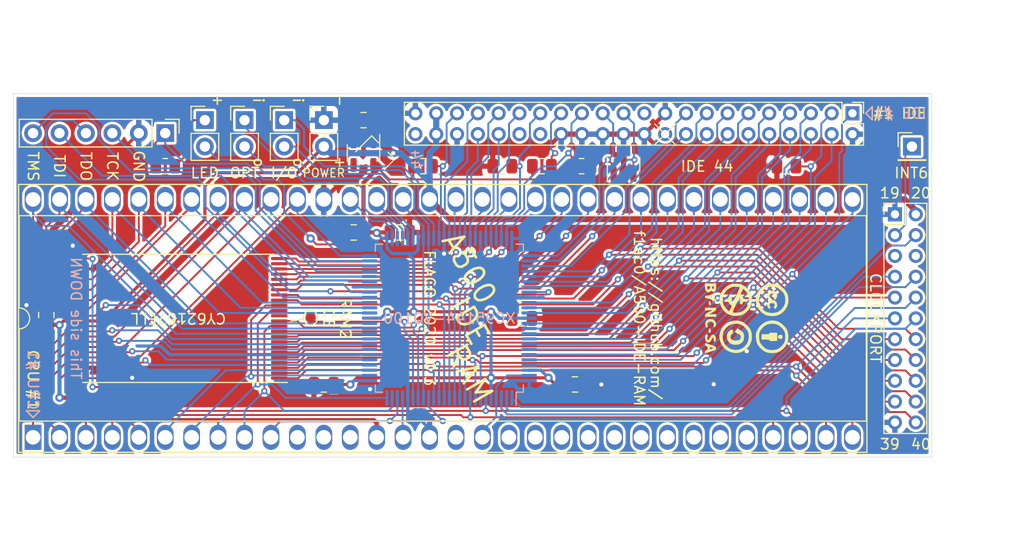
<source format=kicad_pcb>
(kicad_pcb (version 20221018) (generator pcbnew)
  (title_block (title "A500 IDE RAM") (date "2023-06-14") (rev "0.3") (company "FLACO 2020-2023 CC-BY-NC-SA") (comment 1 "Inspired by original design and code of ide68k v425 by Mika Leinonen") (comment 2 "http://www.mkl211015.altervista.org/ide/ide68k.html") (comment 3 "Additional RAM idea inspired by Sector101") (comment 4 "https://blog.sector101.co.uk/2019/07/20/amiga-500-2mb-handwired-fastram-expansion/") (comment 5 "0.3 rev with clockport"))
  (layers (0 "F.Cu" signal) (31 "B.Cu" signal) (34 "B.Paste" user) (35 "F.Paste" user) (36 "B.SilkS" user "B.Silkscreen") (37 "F.SilkS" user "F.Silkscreen") (38 "B.Mask" user) (39 "F.Mask" user) (44 "Edge.Cuts" user))
  (net 0 "")
  (net 1 "GND")
  (net 2 "+5V")
  (net 3 "/_DIOW")
  (net 4 "/_DIOR")
  (net 5 "/LED")
  (net 6 "Net-(J2-Pin_1)")
  (net 7 "/OPT_I")
  (net 8 "/OPT_O")
  (net 9 "/_OVR")
  (net 10 "/_INT2")
  (net 11 "/TMS")
  (net 12 "/TDI")
  (net 13 "/TDO")
  (net 14 "/TCK")
  (net 15 "+3.3V")
  (net 16 "/_ACTIVE")
  (net 17 "/_CS1")
  (net 18 "/_CS0")
  (net 19 "/DA2")
  (net 20 "/DA0")
  (net 21 "/_INT6")
  (net 22 "/DA1")
  (net 24 "/INTRQ")
  (net 25 "/_DMACK")
  (net 26 "/IORDY")
  (net 29 "/DD15")
  (net 30 "/DD0")
  (net 31 "/DD14")
  (net 32 "/DD1")
  (net 33 "/DD13")
  (net 34 "/DD2")
  (net 35 "/DD12")
  (net 36 "/DD3")
  (net 37 "/DD11")
  (net 38 "/DD4")
  (net 39 "/DD10")
  (net 40 "/DD5")
  (net 41 "/DD9")
  (net 42 "/DD6")
  (net 43 "/DD8")
  (net 44 "/DD7")
  (net 45 "/_DRESET")
  (net 46 "/D5")
  (net 47 "/A4")
  (net 48 "/D6")
  (net 49 "/A3")
  (net 50 "/D7")
  (net 51 "/A2")
  (net 52 "/D8")
  (net 53 "/A1")
  (net 54 "/D9")
  (net 56 "/D10")
  (net 58 "/D11")
  (net 59 "/_SPARE_CS")
  (net 60 "/D12")
  (net 61 "/_RTC_CS")
  (net 62 "/D13")
  (net 63 "/_RTC_DS")
  (net 64 "/D14")
  (net 65 "/_IORD")
  (net 66 "/D15")
  (net 67 "/_IOWR")
  (net 68 "/A23")
  (net 70 "/A22")
  (net 72 "/A21")
  (net 73 "/_RST")
  (net 75 "/A20")
  (net 76 "/A19")
  (net 77 "/CLK7")
  (net 78 "/A18")
  (net 79 "/A17")
  (net 81 "/A16")
  (net 83 "/A15")
  (net 85 "/A14")
  (net 86 "/_DTACK")
  (net 87 "/A13")
  (net 88 "/RW")
  (net 89 "/A12")
  (net 90 "/_LDS")
  (net 91 "/A11")
  (net 92 "/_UDS")
  (net 93 "/A10")
  (net 94 "/_AS")
  (net 95 "/A9")
  (net 96 "/D0")
  (net 97 "/A8")
  (net 98 "/D1")
  (net 99 "/A7")
  (net 100 "/D2")
  (net 101 "/A6")
  (net 102 "/D3")
  (net 103 "/A5")
  (net 104 "/D4")
  (net 107 "/RAM1CE")
  (net 108 "/RAM2CE")
  (footprint "Capacitor_SMD:C_0805_2012Metric" (layer "F.Cu") (at 158.115 103.525)
    (fp_text reference "C1" hide)
    (fp_text value "100n")
  )
  (footprint "Capacitor_SMD:C_0805_2012Metric" (layer "F.Cu") (at 133.985 103.525 180)
    (fp_text reference "C3" hide)
    (fp_text value "100n")
  )
  (footprint "Capacitor_SMD:C_0805_2012Metric" (layer "F.Cu") (at 153.035 97.175)
    (fp_text reference "C5" hide)
    (fp_text value "100n")
  )
  (footprint "Capacitor_SMD:C_0805_2012Metric" (layer "F.Cu") (at 136.8575 88.92 180)
    (fp_text reference "C6" hide)
    (fp_text value "10u")
  )
  (footprint "Capacitor_SMD:C_0805_2012Metric" (layer "F.Cu") (at 107.315 96.8525 90)
    (fp_text reference "C7" hide)
    (fp_text value "100n")
  )
  (footprint "Package_TO_SOT_SMD:SOT-23" (layer "F.Cu") (at 162.785 82.3795 90)
    (fp_text reference "D1" hide)
    (fp_text value "BAT54A")
  )
  (footprint "Connector_PinHeader_2.54mm:PinHeader_1x02_P2.54mm_Vertical" (layer "F.Cu") (at 133.985 78.125)
    (fp_text reference "J1" hide)
    (fp_text value "power")
  )
  (footprint "Connector_PinHeader_2.54mm:PinHeader_1x02_P2.54mm_Vertical" (layer "F.Cu") (at 130.175 78.125)
    (fp_text reference "J4" hide)
    (fp_text value "INT2OVR")
  )
  (footprint "Resistor_SMD:R_0805_2012Metric" (layer "F.Cu") (at 158.75 82.55 180)
    (fp_text reference "R1" hide)
    (fp_text value "10k")
  )
  (footprint "Resistor_SMD:R_0805_2012Metric" (layer "F.Cu") (at 154.94 82.55)
    (fp_text reference "R2" hide)
    (fp_text value "10k")
  )
  (footprint "Resistor_SMD:R_0805_2012Metric" (layer "F.Cu") (at 143.51 82.55)
    (fp_text reference "R3" hide)
    (fp_text value "10k")
  )
  (footprint "Resistor_SMD:R_0805_2012Metric" (layer "F.Cu") (at 178.435 82.55 180)
    (fp_text reference "R4" hide)
    (fp_text value "4k7")
  )
  (footprint "Resistor_SMD:R_0805_2012Metric" (layer "F.Cu") (at 151.13 82.55 180)
    (fp_text reference "R5" hide)
    (fp_text value "4k7")
  )
  (footprint "Connector_PinHeader_2.54mm:PinHeader_1x02_P2.54mm_Vertical" (layer "F.Cu") (at 122.555 78.125)
    (fp_text reference "J2" hide)
    (fp_text value "LED")
  )
  (footprint "Connector_PinHeader_2.00mm:PinHeader_2x22_P2.00mm_Vertical" (layer "F.Cu") (at 184.785 77.47 -90)
    (fp_text reference "J7" hide)
    (fp_text value "IDE")
  )
  (footprint "Connector_PinHeader_2.54mm:PinHeader_1x06_P2.54mm_Vertical" (layer "F.Cu") (at 118.745 79.375 -90)
    (fp_text reference "J6" hide)
    (fp_text value "JTAG")
  )
  (footprint "TestPoint:TestPoint_Pad_D1.0mm" (layer "F.Cu") (at 132.715 97.1115)
    (fp_text reference "TP1" hide)
    (fp_text value "RAM2 CE")
  )
  (footprint "Sassa:DIP-64_W22.86mm_BigPads1.4" (layer "F.Cu") (at 106.045 108.605 90)
    (fp_text reference "U1" hide)
    (fp_text value "68000D socket")
  )
  (footprint "Capacitor_SMD:C_0805_2012Metric" (layer "F.Cu") (at 137.795 78.125 180)
    (fp_text reference "C2" hide)
    (fp_text value "10u")
  )
  (footprint "Package_TO_SOT_SMD:SOT-23-5" (layer "F.Cu") (at 137.795 81.3 -90)
    (fp_text reference "U3" hide)
    (fp_text value "SPX3819M5-L-3-3")
  )
  (footprint "Connector_PinHeader_2.54mm:PinHeader_1x02_P2.54mm_Vertical" (layer "F.Cu") (at 126.365 78.125)
    (fp_text reference "J3" hide)
    (fp_text value "OPT")
  )
  (footprint "Package_SO:TSOP-I-48_18.4x12mm_P0.5mm" (layer "F.Cu") (at 120.015 97.175 180)
    (fp_text reference "U4" hide)
    (fp_text value "CY62177ESL-55ZXI")
  )
  (footprint "Capacitor_SMD:C_0805_2012Metric" (layer "F.Cu") (at 141.2725 88.92)
    (fp_text reference "C4" hide)
    (fp_text value "100n")
  )
  (footprint "Resistor_SMD:R_0805_2012Metric" (layer "F.Cu") (at 118.745 82.55)
    (fp_text reference "RLED1" hide)
    (fp_text value "330")
  )
  (footprint "Sassa:SOT-23" (layer "F.Cu") (at 139.1539 81.2873 45)
    (fp_text reference "U13" hide)
    (fp_text value "XC6206PxxxMR")
  )
  (footprint "Connector_PinHeader_2.54mm:PinHeader_1x01_P2.54mm_Vertical" (layer "F.Cu") (at 190.5 80.665)
    (fp_text reference "J5" hide)
    (fp_text value "INT6")
  )
  (footprint "Sassa:CC_BY_NC_SA_square_silkscreen" (layer "F.Cu") (at 174.625 97.175 -90)
    (fp_text reference "FID1" hide)
    (fp_text value "Fiducial" hide)
  )
  (footprint "Connector_PinHeader_2.00mm:PinHeader_2x11_P2.00mm_Vertical" (layer "F.Cu") (at 188.865 87.175)
    (fp_text reference "J8" hide)
    (fp_text value "Clock")
  )
  (footprint "Package_QFP:TQFP-100_14x14mm_P0.5mm" (layer "B.Cu") (at 146.05 97.155 90)
    (fp_text reference "U2" hide)
    (fp_text value "XC95144XL-TQ100")
  )
  (gr_line (start 106.68 106.065) (end 105.41 106.065) (stroke (width 0.12)) (layer "B.SilkS"))
  (gr_line (start 186.69 76.835) (end 186.69 78.105) (stroke (width 0.12)) (layer "B.SilkS"))
  (gr_line (start 106.045 106.7) (end 106.68 106.065) (stroke (width 0.12)) (layer "B.SilkS"))
  (gr_line (start 186.69 78.105) (end 186.055 77.47) (stroke (width 0.12)) (layer "B.SilkS"))
  (gr_line (start 105.41 106.065) (end 106.045 106.7) (stroke (width 0.12)) (layer "B.SilkS"))
  (gr_line (start 186.055 77.47) (end 186.69 76.835) (stroke (width 0.12)) (layer "B.SilkS"))
  (gr_line (start 106.68 106.065) (end 105.41 106.065) (stroke (width 0.12)) (layer "F.SilkS"))
  (gr_line (start 132.0165 97.2385) (end 130.81 97.429) (stroke (width 0.12)) (layer "F.SilkS"))
  (gr_line (start 186.69 76.835) (end 186.69 78.105) (stroke (width 0.12)) (layer "F.SilkS"))
  (gr_line (start 165.785 78.49) (end 167.785 80.49) (stroke (width 0.12)) (layer "F.SilkS"))
  (gr_line (start 106.045 106.7) (end 106.68 106.065) (stroke (width 0.12)) (layer "F.SilkS"))
  (gr_line (start 105.41 106.065) (end 106.045 106.7) (stroke (width 0.12)) (layer "F.SilkS"))
  (gr_line (start 186.055 77.47) (end 186.69 76.835) (stroke (width 0.12)) (layer "F.SilkS"))
  (gr_line (start 167.785 78.49) (end 165.785 80.49) (stroke (width 0.12)) (layer "F.SilkS"))
  (gr_line (start 186.69 78.105) (end 186.055 77.47) (stroke (width 0.12)) (layer "F.SilkS"))
  (gr_line (start 192.405 75.585) (end 192.405 110.51) (stroke (width 0.05)) (layer "Edge.Cuts"))
  (gr_line (start 192.405 75.585) (end 104.14 75.585) (stroke (width 0.05)) (layer "Edge.Cuts"))
  (gr_line (start 104.14 110.51) (end 192.405 110.51) (stroke (width 0.05)) (layer "Edge.Cuts"))
  (gr_line (start 104.14 75.585) (end 104.14 110.51) (stroke (width 0.05)) (layer "Edge.Cuts"))
  (gr_text "CPU #1" (at 106.045 106.065 270) (layer "B.SilkS") (effects (font (size 1 1)) (justify left mirror)))
  (gr_text "This side DOWN" (at 110.1725 97.175 270) (layer "B.SilkS") (effects (font (size 1 1)) (justify mirror)))
  (gr_text "44" (at 142.875 81.935 270) (layer "B.SilkS") (effects (font (size 1 1)) (justify mirror)))
  (gr_text "XC95144-VQ100" (at 146.05 97.175) (layer "B.SilkS") (effects (font (size 1 1)) (justify mirror)))
  (gr_text "IDE #1" (at 186.69 77.47) (layer "B.SilkS") (effects (font (size 1 1)) (justify right mirror)))
  (gr_text "RAM" (at 147.955 102.509 300) (layer "F.SilkS") (effects (font (size 2 2) (thickness 0.25))))
  (gr_text "A500" (at 147.955 92.349 300) (layer "F.SilkS") (effects (font (size 2 2) (thickness 0.25))))
  (gr_text "-" (at 135.5725 76.22 270) (layer "F.SilkS") (effects (font (size 1 1))))
  (gr_text "o" (at 131.572 82.189 270) (layer "F.SilkS") (effects (font (size 1 1))))
  (gr_text "i" (at 131.5085 76.22 270) (layer "F.SilkS") (effects (font (size 1 1))))
  (gr_text "CPU #1" (at 106.045 106.065 270) (layer "F.SilkS") (effects (font (size 1 1)) (justify right)))
  (gr_text "GND" (at 116.205 82.57 270) (layer "F.SilkS") (effects (font (size 1 1))))
  (gr_text "+" (at 135.5725 82.189 270) (layer "F.SilkS") (effects (font (size 1 1))))
  (gr_text "i" (at 127.6985 76.22 270) (layer "F.SilkS") (effects (font (size 1 1))))
  (gr_text "o" (at 127.762 82.189 270) (layer "F.SilkS") (effects (font (size 1 1))))
  (gr_text "TCK" (at 113.665 82.57 270) (layer "F.SilkS") (effects (font (size 1 1))))
  (gr_text "I/O" (at 130.175 83.205) (layer "F.SilkS") (effects (font (size 1 1))))
  (gr_text "#1 IDE" (at 186.69 77.47) (layer "F.SilkS") (effects (font (size 1 1)) (justify left)))
  (gr_text "+" (at 123.825 76.22 270) (layer "F.SilkS") (effects (font (size 1 1))))
  (gr_text "RAM2\nCE" (at 135.255 97.175 270) (layer "F.SilkS") (effects (font (size 1 1))))
  (gr_text "OPT" (at 126.365 83.205) (layer "F.SilkS") (effects (font (size 1 1))))
  (gr_text "20" (at 192.405 85.725) (layer "F.SilkS") (effects (font (size 1 1)) (justify right bottom)))
  (gr_text "40" (at 192.405 109.855) (layer "F.SilkS") (effects (font (size 1 1)) (justify right bottom)))
  (gr_text "INT6" (at 190.4365 83.205) (layer "F.SilkS") (effects (font (size 1 1))))
  (gr_text "19" (at 187.325 85.725) (layer "F.SilkS") (effects (font (size 1 1)) (justify left bottom)))
  (gr_text "CLOCKPORT" (at 187.0075 97.155 -90) (layer "F.SilkS") (effects (font (size 1 1))))
  (gr_text "https://github.com/\nf1ac0/A500-IDE-RAM" (at 165.1 97.175 270) (layer "F.SilkS") (effects (font (size 1 1))))
  (gr_text "TDO" (at 111.125 82.57 270) (layer "F.SilkS") (effects (font (size 1 1))))
  (gr_text "IDE" (at 147.955 97.429 300) (layer "F.SilkS") (effects (font (size 2 2) (thickness 0.25))))
  (gr_text "TDI" (at 108.585 82.57 270) (layer "F.SilkS") (effects (font (size 1 1))))
  (gr_text "POWER" (at 133.985 83.205) (layer "F.SilkS") (effects (font (size 0.8 0.8) (thickness 0.12))))
  (gr_text "TMS" (at 106.045 82.57 270) (layer "F.SilkS") (effects (font (size 1 1))))
  (gr_text "39" (at 187.325 109.855) (layer "F.SilkS") (effects (font (size 1 1)) (justify left bottom)))
  (gr_text "LED" (at 122.555 83.205) (layer "F.SilkS") (effects (font (size 1 1))))
  (gr_text "IDE 44" (at 170.815 82.57) (layer "F.SilkS") (effects (font (size 1 1))))
  (gr_text "CY62167ELL" (at 120.015 97.175 180) (layer "F.SilkS") (effects (font (size 1 1))))
  (gr_text "FLACO 2020 v0.3" (at 144.145 97.155 270) (layer "F.SilkS") (effects (font (size 1 1))))
  (segment (start 108.585 90.825) (end 108.585 90.825) (width 0.18) (layer "F.Cu") (net 1))
  (segment (start 117.36207 101.925) (end 131.00207 88.285) (width 0.4) (layer "F.Cu") (net 1))
  (segment (start 159.0525 103.525) (end 160.655 103.525) (width 0.3) (layer "F.Cu") (net 1))
  (segment (start 146.685 81.28) (end 142.22 81.28) (width 0.4) (layer "F.Cu") (net 1))
  (segment (start 109.22 91.925) (end 108.585 91.29) (width 0.18) (layer "F.Cu") (net 1))
  (segment (start 131.00207 88.285) (end 133.985 88.285) (width 0.4) (layer "F.Cu") (net 1))
  (segment (start 154.975 81.28) (end 156.785 79.47) (width 0.4) (layer "F.Cu") (net 1))
  (segment (start 152.842252 98.305248) (end 149.656748 98.305248) (width 0.3) (layer "F.Cu") (net 1))
  (segment (start 131.8975 103.525) (end 131.445 103.9775) (width 0.3) (layer "F.Cu") (net 1))
  (segment (start 149.86 81.28) (end 146.685 81.28) (width 0.4) (layer "F.Cu") (net 1))
  (segment (start 133.0475 103.525) (end 131.8975 103.525) (width 0.3) (layer "F.Cu") (net 1))
  (segment (start 141.625 77.47) (end 142.785 77.47) (width 0.4) (layer "F.Cu") (net 1))
  (segment (start 112.395 83.185) (end 112.395 87.65) (width 0.3) (layer "F.Cu") (net 1))
  (segment (start 133.985 85.745) (end 133.985 88.285) (width 0.4) (layer "F.Cu") (net 1))
  (segment (start 111.379 101.925) (end 117.36207 101.925) (width 0.4) (layer "F.Cu") (net 1))
  (segment (start 149.656748 98.305248) (end 149.434499 98.082999) (width 0.3) (layer "F.Cu") (net 1))
  (segment (start 140.97 78.125) (end 141.625 77.47) (width 0.4) (layer "F.Cu") (net 1))
  (segment (start 112.395 87.65) (end 110.254999 89.790001) (width 0.3) (layer "F.Cu") (net 1))
  (segment (start 133.985 78.125) (end 135.5725 78.125001) (width 0.4) (layer "F.Cu") (net 1))
  (segment (start 108.585 91.46) (end 108.585 90.825) (width 0.3) (layer "F.Cu") (net 1))
  (segment (start 109.22 92.925) (end 108.585 92.29) (width 0.18) (layer "F.Cu") (net 1))
  (segment (start 150.1925 82.55) (end 150.1925 81.6125) (width 0.18) (layer "F.Cu") (net 1))
  (segment (start 110.3275 92.425) (end 109.22 92.425) (width 0.3) (layer "F.Cu") (net 1))
  (segment (start 108.585 90.825) (end 109.22 90.19) (width 0.3) (layer "F.Cu") (net 1))
  (segment (start 146.785 81.18) (end 146.685 81.28) (width 0.4) (layer "F.Cu") (net 1))
  (segment (start 166.595 81.28) (end 164.785 79.47) (width 0.4) (layer "F.Cu") (net 1))
  (segment (start 177.165 81.3) (end 166.595 81.28) (width 0.4) (layer "F.Cu") (net 1))
  (segment (start 136.8575 78.125) (end 133.985 78.125) (width 0.4) (layer "F.Cu") (net 1))
  (segment (start 135.5725 84.1575) (end 133.985 85.745) (width 0.4) (layer "F.Cu") (net 1))
  (segment (start 142.22 81.28) (end 140.97 80.03) (width 0.4) (layer "F.Cu") (net 1))
  (segment (start 111.379 101.925) (end 110.265 101.925) (width 0.3) (layer "F.Cu") (net 1))
  (segment (start 184.15 81.28) (end 183.515 81.28) (width 0.4) (layer "F.Cu") (net 1))
  (segment (start 135.92 88.92) (end 134.62 88.92) (width 0.3) (layer "F.Cu") (net 1))
  (segment (start 166.785 77.47) (end 164.785 79.47) (width 0.4) (layer "F.Cu") (net 1))
  (segment (start 135.722155 81.322655) (end 135.5725 81.173) (width 0.4) (layer "F.Cu") (net 1))
  (segment (start 110.254999 89.790001) (end 109.855 90.19) (width 0.3) (layer "F.Cu") (net 1))
  (segment (start 134.62 88.92) (end 133.985 88.285) (width 0.3) (layer "F.Cu") (net 1))
  (segment (start 150.1925 81.6125) (end 149.86 81.28) (width 0.18) (layer "F.Cu") (net 1))
  (segment (start 137.795 80.2) (end 137.795 81.302697) (width 0.4) (layer "F.Cu") (net 1))
  (segment (start 116.205 79.375) (end 112.395 83.185) (width 0.3) (layer "F.Cu") (net 1))
  (segment (start 177.4975 82.55) (end 177.4975 81.6325) (width 0.18) (layer "F.Cu") (net 1))
  (segment (start 110.3275 92.925) (end 109.22 92.925) (width 0.18) (layer "F.Cu") (net 1))
  (segment (start 140.97 80.03) (end 140.97 78.125) (width 0.4) (layer "F.Cu") (net 1))
  (segment (start 153.9725 97.175) (end 152.842252 98.305248) (width 0.3) (layer "F.Cu") (net 1))
  (segment (start 109.22 92.425) (end 108.585 91.79) (width 0.3) (layer "F.Cu") (net 1))
  (segment (start 135.5725 81.6175) (end 135.5725 84.1575) (width 0.4) (layer "F.Cu") (net 1))
  (segment (start 183.515 81.28) (end 177.165 81.3) (width 0.4) (layer "F.Cu") (net 1))
  (segment (start 184.785 80.645) (end 184.15 81.28) (width 0.4) (layer "F.Cu") (net 1))
  (segment (start 109.22 90.19) (end 109.855 90.19) (width 0.3) (layer "F.Cu") (net 1))
  (segment (start 146.785 79.47) (end 146.785 81.18) (width 0.4) (layer "F.Cu") (net 1))
  (segment (start 149.86 81.28) (end 154.975 81.28) (width 0.4) (layer "F.Cu") (net 1))
  (segment (start 110.3275 91.925) (end 109.22 91.925) (width 0.18) (layer "F.Cu") (net 1))
  (segment (start 149.434499 98.082999) (end 149.0345 97.683) (width 0.3) (layer "F.Cu") (net 1))
  (segment (start 137.775042 81.322655) (end 139.214655 81.322655) (width 0.4) (layer "F.Cu") (net 1))
  (segment (start 108.585 92.29) (end 108.585 91.46) (width 0.18) (layer "F.Cu") (net 1))
  (segment (start 108.585 91.79) (end 108.585 91.46) (width 0.3) (layer "F.Cu") (net 1))
  (segment (start 177.4975 81.6325) (end 177.165 81.3) (width 0.18) (layer "F.Cu") (net 1))
  (segment (start 162.785 81.3795) (end 162.785 79.47) (width 0.4) (layer "F.Cu") (net 1))
  (segment (start 135.5725 81.173) (end 135.5725 81.6175) (width 0.4) (layer "F.Cu") (net 1))
  (segment (start 164.785 79.47) (end 156.785 79.47) (width 0.4) (layer "F.Cu") (net 1))
  (segment (start 137.795 81.302697) (end 137.775042 81.322655) (width 0.4) (layer "F.Cu") (net 1))
  (segment (start 137.775042 81.322655) (end 135.722155 81.322655) (width 0.4) (layer "F.Cu") (net 1))
  (segment (start 135.5725 78.125001) (end 135.5725 81.173) (width 0.4) (layer "F.Cu") (net 1))
  (segment (start 184.785 79.47) (end 184.785 80.645) (width 0.4) (layer "F.Cu") (net 1))
  (segment (start 108.585 91.29) (end 108.585 90.825) (width 0.18) (layer "F.Cu") (net 1))
  (via (at 145.542 90.952) (size 0.8) (drill 0.4) (layers "F.Cu" "B.Cu") (net 1))
  (via (at 149.0345 97.683) (size 0.8) (drill 0.4) (layers "F.Cu" "B.Cu") (net 1))
  (via (at 174.625 100.33) (size 0.8) (drill 0.4) (layers "F.Cu" "B.Cu") (net 1))
  (via (at 105.41 95.905) (size 0.8) (drill 0.4) (layers "F.Cu" "B.Cu") (net 1))
  (via (at 109.855 90.19) (size 0.8) (drill 0.4) (layers "F.Cu" "B.Cu") (net 1))
  (via (at 138.43 103.9775) (size 0.8) (drill 0.4) (layers "F.Cu" "B.Cu") (net 1))
  (via (at 115.57 102.89) (size 0.8) (drill 0.4) (layers "F.Cu" "B.Cu") (net 1))
  (via (at 171.45 103.505) (size 0.8) (drill 0.4) (layers "F.Cu" "B.Cu") (net 1))
  (via (at 160.655 103.525) (size 0.8) (drill 0.4) (layers "F.Cu" "B.Cu") (net 1))
  (segment (start 152.05 90.794) (end 152.05 89.4925) (width 0.3) (layer "B.Cu") (net 1))
  (segment (start 138.667501 104.215001) (end 139.009999 104.215001) (width 0.18) (layer "B.Cu") (net 1))
  (segment (start 139.009999 104.215001) (end 140.97 102.255) (width 0.18) (layer "B.Cu") (net 1))
  (segment (start 142.765 77.49) (end 142.785 77.47) (width 0.4) (layer "B.Cu") (net 1))
  (segment (start 145.55 90.944) (end 145.542 90.952) (width 0.3) (layer "B.Cu") (net 1))
  (segment (start 153.7125 103.67875) (end 154.19375 104.16) (width 0.3) (layer "B.Cu") (net 1))
  (segment (start 151.384 91.46) (end 152.05 90.794) (width 0.3) (layer "B.Cu") (net 1))
  (segment (start 137.815 78.105) (end 138.43 77.49) (width 0.4) (layer "B.Cu") (net 1))
  (segment (start 160.02 104.16) (end 160.655 103.525) (width 0.3) (layer "B.Cu") (net 1))
  (segment (start 143.045 106.7) (end 144.145 107.8) (width 0.3) (layer "B.Cu") (net 1))
  (segment (start 142.05 104.8175) (end 142.05 103.715) (width 0.3) (layer "B.Cu") (net 1))
  (segment (start 138.43 77.49) (end 142.765 77.49) (width 0.4) (layer "B.Cu") (net 1))
  (segment (start 149.05 91.285) (end 149.05 91.9) (width 0.3) (layer "B.Cu") (net 1))
  (segment (start 139.545 94.155) (end 140.97 92.73) (width 0.3) (layer "B.Cu") (net 1))
  (segment (start 139.064998 90.317) (end 140.97 92.222002) (width 0.3) (layer "B.Cu") (net 1))
  (segment (start 133.985 85.745) (end 133.985 87.8405) (width 0.3) (layer "B.Cu") (net 1))
  (segment (start 152.305 95.155) (end 149.225 92.075) (width 0.3) (layer "B.Cu") (net 1))
  (segment (start 142.05 102.696007) (end 140.008993 100.655) (width 0.3) (layer "B.Cu") (net 1))
  (segment (start 142.05 103.715) (end 142.05 102.696007) (width 0.3) (layer "B.Cu") (net 1))
  (segment (start 142.05 106.28) (end 142.47 106.7) (width 0.3) (layer "B.Cu") (net 1))
  (segment (start 136.4615 90.317) (end 139.064998 90.317) (width 0.3) (layer "B.Cu") (net 1))
  (segment (start 149.05 89.4925) (end 149.05 91.285) (width 0.3) (layer "B.Cu") (net 1))
  (segment (start 149.05 91.46) (end 146.05 91.46) (width 0.3) (layer "B.Cu") (net 1))
  (segment (start 138.3875 94.155) (end 139.545 94.155) (width 0.3) (layer "B.Cu") (net 1))
  (segment (start 140.97 102.255) (end 140.97 101.62) (width 0.18) (layer "B.Cu") (net 1))
  (segment (start 145.55 89.4925) (end 145.55 90.944) (width 0.3) (layer "B.Cu") (net 1))
  (segment (start 133.985 87.8405) (end 136.4615 90.317) (width 0.3) (layer "B.Cu") (net 1))
  (segment (start 153.7125 95.155) (end 152.305 95.155) (width 0.3) (layer "B.Cu") (net 1))
  (segment (start 140.97 92.222002) (end 140.97 101.62) (width 0.3) (layer "B.Cu") (net 1))
  (segment (start 134.005 78.105) (end 137.815 78.105) (width 0.4) (layer "B.Cu") (net 1))
  (segment (start 142.47 106.7) (end 143.045 106.7) (width 0.3) (layer "B.Cu") (net 1))
  (segment (start 149.0345 97.117315) (end 149.0345 97.683) (width 0.3) (layer "B.Cu") (net 1))
  (segment (start 139.125 100.655) (end 138.3875 100.655) (width 0.3) (layer "B.Cu") (net 1))
  (segment (start 154.19375 104.16) (end 160.02 104.16) (width 0.3) (layer "B.Cu") (net 1))
  (segment (start 153.7125 103.155) (end 153.7125 103.67875) (width 0.3) (layer "B.Cu") (net 1))
  (segment (start 149.05 91.9) (end 149.225 92.075) (width 0.3) (layer "B.Cu") (net 1))
  (segment (start 144.145 107.8) (end 144.145 108.605) (width 0.3) (layer "B.Cu") (net 1))
  (segment (start 138.43 103.9775) (end 138.667501 104.215001) (width 0.18) (layer "B.Cu") (net 1))
  (segment (start 133.985 78.125) (end 134.005 78.105) (width 0.4) (layer "B.Cu") (net 1))
  (segment (start 149.225 91.46) (end 151.384 91.46) (width 0.3) (layer "B.Cu") (net 1))
  (segment (start 146.05 91.46) (end 145.542 90.952) (width 0.3) (layer "B.Cu") (net 1))
  (segment (start 142.05 104.8175) (end 142.05 106.28) (width 0.3) (layer "B.Cu") (net 1))
  (segment (start 148.59 91.46) (end 149.0345 91.9045) (width 0.3) (layer "B.Cu") (net 1))
  (segment (start 140.008993 100.655) (end 139.125 100.655) (width 0.3) (layer "B.Cu") (net 1))
  (segment (start 149.0345 91.9045) (end 149.0345 97.117315) (width 0.3) (layer "B.Cu") (net 1))
  (segment (start 139.861007 80.580193) (end 139.932693 80.580193) (width 0.6) (layer "F.Cu") (net 2))
  (segment (start 138.7325 78.125) (end 138.7325 80.1875) (width 0.6) (layer "F.Cu") (net 2))
  (segment (start 122.555 87.65) (end 122.555 84.446747) (width 0.3) (layer "F.Cu") (net 2))
  (segment (start 108.565 97.79) (end 108.585 97.81) (width 0.4) (layer "F.Cu") (net 2))
  (segment (start 109.150685 104.795) (end 108.585 104.795) (width 0.4) (layer "F.Cu") (net 2))
  (segment (start 146.03 87.63) (end 186.075 87.63) (width 0.6) (layer "F.Cu") (net 2))
  (segment (start 108.585 97.81) (end 108.97 97.425) (width 0.3) (layer "F.Cu") (net 2))
  (segment (start 108.97 97.425) (end 112.78 97.425) (width 0.3) (layer "F.Cu") (net 2))
  (segment (start 186.075 87.63) (end 187.96 85.745) (width 0.6) (layer "F.Cu") (net 2))
  (segment (start 116.471415 106.954) (end 114.312415 104.795) (width 0.4) (layer "F.Cu") (net 2))
  (segment (start 110.3275 102.425) (end 109.22 102.425) (width 0.18) (layer "F.Cu") (net 2))
  (segment (start 108.585 103.06) (end 108.585 104.795) (width 0.18) (layer "F.Cu") (net 2))
  (segment (start 122.555 84.446747) (end 123.816747 83.185) (width 0.3) (layer "F.Cu") (net 2))
  (segment (start 107.315 97.79) (end 108.565 97.79) (width 0.4) (layer "F.Cu") (net 2))
  (segment (start 136.845 80.2) (end 136.845 79.698528) (width 0.3) (layer "F.Cu") (net 2))
  (segment (start 114.312415 104.795) (end 109.150685 104.795) (width 0.4) (layer "F.Cu") (net 2))
  (segment (start 112.78 97.425) (end 122.555 87.65) (width 0.3) (layer "F.Cu") (net 2))
  (segment (start 131.465 83.185) (end 133.985 80.665) (width 0.3) (layer "F.Cu") (net 2))
  (segment (start 123.816747 83.185) (end 131.465 83.185) (width 0.3) (layer "F.Cu") (net 2))
  (segment (start 138.745 78.1375) (end 138.745 80.2) (width 0.6) (layer "F.Cu") (net 2))
  (segment (start 136.845 79.698528) (end 137.402528 79.141) (width 0.3) (layer "F.Cu") (net 2))
  (segment (start 189.785 85.745) (end 190.865 86.825) (width 0.6) (layer "F.Cu") (net 2))
  (segment (start 139.065 108.605) (end 139.065 107.225) (width 0.4) (layer "F.Cu") (net 2))
  (segment (start 138.794 106.954) (end 116.471415 106.954) (width 0.4) (layer "F.Cu") (net 2))
  (segment (start 138.6205 79.141) (end 138.745 79.2655) (width 0.3) (layer "F.Cu") (net 2))
  (segment (start 190.865 86.825) (end 190.865 87.175) (width 0.6) (layer "F.Cu") (net 2))
  (segment (start 144.145 85.745) (end 146.03 87.63) (width 0.6) (layer "F.Cu") (net 2))
  (segment (start 139.932693 80.580193) (end 140.6525 81.3) (width 0.6) (layer "F.Cu") (net 2))
  (segment (start 137.402528 79.141) (end 138.6205 79.141) (width 0.3) (layer "F.Cu") (net 2))
  (segment (start 138.7325 78.125) (end 138.745 78.1375) (width 0.6) (layer "F.Cu") (net 2))
  (segment (start 139.065 107.225) (end 138.794 106.954) (width 0.4) (layer "F.Cu") (net 2))
  (segment (start 187.96 85.745) (end 189.785 85.745) (width 0.6) (layer "F.Cu") (net 2))
  (segment (start 109.22 102.425) (end 108.585 103.06) (width 0.18) (layer "F.Cu") (net 2))
  (segment (start 138.7325 80.1875) (end 138.745 80.2) (width 0.6) (layer "F.Cu") (net 2))
  (segment (start 139.480814 80.2) (end 139.861007 80.580193) (width 0.6) (layer "F.Cu") (net 2))
  (segment (start 138.745 80.2) (end 139.480814 80.2) (width 0.6) (layer "F.Cu") (net 2))
  (via (at 108.585 104.795) (size 0.8) (drill 0.4) (layers "F.Cu" "B.Cu") (net 2))
  (via (at 108.585 97.81) (size 0.8) (drill 0.4) (layers "F.Cu" "B.Cu") (net 2))
  (via (at 140.6525 81.3) (size 0.8) (drill 0.4) (layers "F.Cu" "B.Cu") (net 2))
  (segment (start 144.78 79.475) (end 144.78 80.665) (width 0.6) (layer "B.Cu") (net 2))
  (segment (start 133.985 80.665) (end 134.62 81.3) (width 0.6) (layer "B.Cu") (net 2))
  (segment (start 108.585 104.229315) (end 108.585 97.81) (width 0.4) (layer "B.Cu") (net 2))
  (segment (start 141.371 81.3) (end 144.145 84.074) (width 0.6) (layer "B.Cu") (net 2))
  (segment (start 134.62 81.3) (end 140.6525 81.3) (width 0.6) (layer "B.Cu") (net 2))
  (segment (start 144.145 81.3) (end 144.145 85.745) (width 0.6) (layer "B.Cu") (net 2))
  (segment (start 144.785 79.47) (end 144.785 77.47) (width 0.6) (layer "B.Cu") (net 2))
  (segment (start 144.145 84.074) (end 144.145 85.745) (width 0.6) (layer "B.Cu") (net 2))
  (segment (start 108.585 104.795) (end 108.585 104.229315) (width 0.4) (layer "B.Cu") (net 2))
  (segment (start 144.78 80.665) (end 144.145 81.3) (width 0.6) (layer "B.Cu") (net 2))
  (segment (start 144.785 79.47) (end 144.78 79.475) (width 0.6) (layer "B.Cu") (net 2))
  (segment (start 140.6525 81.3) (end 141.371 81.3) (width 0.6) (layer "B.Cu") (net 2))
  (segment (start 163.735 82.03) (end 163.83 81.935) (width 0.18) (layer "F.Cu") (net 3))
  (segment (start 163.735 83.3795) (end 163.735 82.03) (width 0.18) (layer "F.Cu") (net 3))
  (via (at 163.83 81.935) (size 0.6) (drill 0.3) (layers "F.Cu" "B.Cu") (net 3))
  (segment (start 156.5665 91.655) (end 160.85499 87.36651) (width 0.18) (layer "B.Cu") (net 3))
  (segment (start 163.785 78.47) (end 163.459999 78.144999) (width 0.18) (layer "B.Cu") (net 3))
  (segment (start 163.180889 81.935) (end 163.83 81.935) (width 0.18) (layer "B.Cu") (net 3))
  (segment (start 160.85499 84.260899) (end 163.180889 81.935) (width 0.18) (layer "B.Cu") (net 3))
  (segment (start 153.7125 91.655) (end 156.5665 91.655) (width 0.18) (layer "B.Cu") (net 3))
  (segment (start 163.785 81.89) (end 163.785 78.47) (width 0.18) (layer "B.Cu") (net 3))
  (segment (start 163.83 81.935) (end 163.785 81.89) (width 0.18) (layer "B.Cu") (net 3))
  (segment (start 163.459999 78.144999) (end 162.785 77.47) (width 0.18) (layer "B.Cu") (net 3))
  (segment (start 160.85499 87.36651) (end 160.85499 84.260899) (width 0.18) (layer "B.Cu") (net 3))
  (segment (start 161.835 82.48) (end 161.29 81.935) (width 0.18) (layer "F.Cu") (net 4))
  (segment (start 161.835 83.3795) (end 161.835 82.48) (width 0.18) (layer "F.Cu") (net 4))
  (via (at 161.29 81.935) (size 0.6) (drill 0.3) (layers "F.Cu" "B.Cu") (net 4))
  (segment (start 156.4315 91.155) (end 160.45501 87.13149) (width 0.18) (layer "B.Cu") (net 4))
  (segment (start 161.785 78.47) (end 161.785 81.44) (width 0.18) (layer "B.Cu") (net 4))
  (segment (start 153.7125 91.155) (end 156.4315 91.155) (width 0.18) (layer "B.Cu") (net 4))
  (segment (start 160.45501 82.76999) (end 161.29 81.935) (width 0.18) (layer "B.Cu") (net 4))
  (segment (start 161.589999 81.635001) (end 161.29 81.935) (width 0.18) (layer "B.Cu") (net 4))
  (segment (start 161.785 81.44) (end 161.589999 81.635001) (width 0.18) (layer "B.Cu") (net 4))
  (segment (start 160.45501 87.13149) (end 160.45501 82.76999) (width 0.18) (layer "B.Cu") (net 4))
  (segment (start 160.785 77.47) (end 161.785 78.47) (width 0.18) (layer "B.Cu") (net 4))
  (segment (start 122.555 80.665) (end 123.825 81.935) (width 0.18) (layer "B.Cu") (net 5))
  (segment (start 132.1435 84.1575) (end 137.16 84.1575) (width 0.18) (layer "B.Cu") (net 5))
  (segment (start 139.878943 87.4595) (end 141.05 88.630557) (width 0.18) (layer "B.Cu") (net 5))
  (segment (start 127 81.935) (end 128.27 83.205) (width 0.18) (layer "B.Cu") (net 5))
  (segment (start 138.748616 87.4595) (end 139.878943 87.4595) (width 0.18) (layer "B.Cu") (net 5))
  (segment (start 137.795 84.7925) (end 137.795 86.505884) (width 0.18) (layer "B.Cu") (net 5))
  (segment (start 137.795 86.505884) (end 138.748616 87.4595) (width 0.18) (layer "B.Cu") (net 5))
  (segment (start 128.27 83.205) (end 131.191 83.205) (width 0.18) (layer "B.Cu") (net 5))
  (segment (start 141.05 88.630557) (end 141.05 89.4925) (width 0.18) (layer "B.Cu") (net 5))
  (segment (start 123.825 81.935) (end 127 81.935) (width 0.18) (layer "B.Cu") (net 5))
  (segment (start 131.191 83.205) (end 132.1435 84.1575) (width 0.18) (layer "B.Cu") (net 5))
  (segment (start 137.16 84.1575) (end 137.795 84.7925) (width 0.18) (layer "B.Cu") (net 5))
  (segment (start 122.555 78.125) (end 121.525 78.125) (width 0.18) (layer "F.Cu") (net 6))
  (segment (start 120.65 79) (end 120.65 81.5825) (width 0.18) (layer "F.Cu") (net 6))
  (segment (start 121.525 78.125) (end 120.65 79) (width 0.18) (layer "F.Cu") (net 6))
  (segment (start 120.65 81.5825) (end 119.6825 82.55) (width 0.18) (layer "F.Cu") (net 6))
  (segment (start 139.531019 83.290019) (end 132.800019 83.290019) (width 0.18) (layer "B.Cu") (net 7))
  (segment (start 142.55 89.4925) (end 142.55 88.603209) (width 0.18) (layer "B.Cu") (net 7))
  (segment (start 131.445 81.935) (end 129.54 81.935) (width 0.18) (layer "B.Cu") (net 7))
  (segment (start 126.365 78.76) (end 126.365 78.125) (width 0.18) (layer "B.Cu") (net 7))
  (segment (start 142.55 88.603209) (end 140.5255 86.578709) (width 0.18) (layer "B.Cu") (net 7))
  (segment (start 129.54 81.935) (end 126.365 78.76) (width 0.18) (layer "B.Cu") (net 7))
  (segment (start 140.5255 84.2845) (end 139.531019 83.290019) (width 0.18) (layer "B.Cu") (net 7))
  (segment (start 132.800019 83.290019) (end 131.445 81.935) (width 0.18) (layer "B.Cu") (net 7))
  (segment (start 140.5255 86.578709) (end 140.5255 84.2845) (width 0.18) (layer "B.Cu") (net 7))
  (segment (start 132.42971 83.713) (end 131.28671 82.57) (width 0.18) (layer "B.Cu") (net 8))
  (segment (start 142.05 88.612325) (end 140.1655 86.727825) (width 0.18) (layer "B.Cu") (net 8))
  (segment (start 140.1655 86.727825) (end 140.1655 84.5595) (width 0.18) (layer "B.Cu") (net 8))
  (segment (start 139.319 83.713) (end 132.42971 83.713) (width 0.18) (layer "B.Cu") (net 8))
  (segment (start 131.28671 82.57) (end 128.27 82.57) (width 0.18) (layer "B.Cu") (net 8))
  (segment (start 140.1655 84.5595) (end 139.319 83.713) (width 0.18) (layer "B.Cu") (net 8))
  (segment (start 142.05 89.4925) (end 142.05 88.612325) (width 0.18) (layer "B.Cu") (net 8))
  (segment (start 128.27 82.57) (end 126.365 80.665) (width 0.18) (layer "B.Cu") (net 8))
  (segment (start 144.05 89.4925) (end 144.05 88.100638) (width 0.18) (layer "B.Cu") (net 9))
  (segment (start 144.05 90.23) (end 144.05 89.4925) (width 0.18) (layer "B.Cu") (net 9))
  (segment (start 141.33001 82.93001) (end 133.455444 82.93001) (width 0.18) (layer "B.Cu") (net 9))
  (segment (start 142.67501 86.725648) (end 142.67501 84.27501) (width 0.18) (layer "B.Cu") (net 9))
  (segment (start 143.55 104.8175) (end 143.55 98.945) (width 0.18) (layer "B.Cu") (net 9))
  (segment (start 144.05 98.445) (end 144.05 90.23) (width 0.18) (layer "B.Cu") (net 9))
  (segment (start 142.67501 84.27501) (end 141.33001 82.93001) (width 0.18) (layer "B.Cu") (net 9))
  (segment (start 144.05 88.100638) (end 142.67501 86.725648) (width 0.18) (layer "B.Cu") (net 9))
  (segment (start 133.455444 82.93001) (end 131.190434 80.665) (width 0.18) (layer "B.Cu") (net 9))
  (segment (start 143.55 98.945) (end 144.05 98.445) (width 0.18) (layer "B.Cu") (net 9))
  (segment (start 131.190434 80.665) (end 130.175 80.665) (width 0.18) (layer "B.Cu") (net 9))
  (segment (start 132.08 79) (end 131.205 78.125) (width 0.18) (layer "B.Cu") (net 10))
  (segment (start 143.05499 86.596496) (end 143.05499 84.078813) (width 0.18) (layer "B.Cu") (net 10))
  (segment (start 143.05499 84.078813) (end 141.546177 82.57) (width 0.18) (layer "B.Cu") (net 10))
  (segment (start 141.546177 82.57) (end 133.985 82.57) (width 0.18) (layer "B.Cu") (net 10))
  (segment (start 133.985 82.57) (end 132.08 80.665) (width 0.18) (layer "B.Cu") (net 10))
  (segment (start 144.55 88.091506) (end 143.05499 86.596496) (width 0.18) (layer "B.Cu") (net 10))
  (segment (start 132.08 80.665) (end 132.08 79) (width 0.18) (layer "B.Cu") (net 10))
  (segment (start 131.205 78.125) (end 130.175 78.125) (width 0.18) (layer "B.Cu") (net 10))
  (segment (start 144.55 89.4925) (end 144.55 88.091506) (width 0.18) (layer "B.Cu") (net 10))
  (segment (start 127.43501 86.81501) (end 127.43501 84.27501) (width 0.18) (layer "B.Cu") (net 11))
  (segment (start 107.95 77.47) (end 106.894999 78.525001) (width 0.18) (layer "B.Cu") (net 11))
  (segment (start 111.105 77.47) (end 107.95 77.47) (width 0.18) (layer "B.Cu") (net 11))
  (segment (start 127.43501 84.27501) (end 126.279978 83.119978) (width 0.18) (layer "B.Cu") (net 11))
  (segment (start 115.504978 83.119978) (end 112.395 80.01) (width 0.18) (layer "B.Cu") (net 11))
  (segment (start 112.395 78.76) (end 111.105 77.47) (width 0.18) (layer "B.Cu") (net 11))
  (segment (start 133.275 92.655) (end 127.43501 86.81501) (width 0.18) (layer "B.Cu") (net 11))
  (segment (start 126.279978 83.119978) (end 115.504978 83.119978) (width 0.18) (layer "B.Cu") (net 11))
  (segment (start 106.894999 78.525001) (end 106.045 79.375) (width 0.18) (layer "B.Cu") (net 11))
  (segment (start 112.395 80.01) (end 112.395 78.76) (width 0.18) (layer "B.Cu") (net 11))
  (segment (start 138.3875 92.655) (end 133.275 92.655) (width 0.18) (layer "B.Cu") (net 11))
  (segment (start 138.3875 93.655) (end 136.411123 93.655) (width 0.18) (layer "B.Cu") (net 12))
  (segment (start 136.411123 93.655) (end 136.271134 93.515011) (width 0.18) (layer "B.Cu") (net 12))
  (segment (start 136.271134 93.515011) (end 132.221789 93.515011) (width 0.18) (layer "B.Cu") (net 12))
  (segment (start 124.109989 83.479989) (end 112.689989 83.479989) (width 0.18) (layer "B.Cu") (net 12))
  (segment (start 125.095 84.465) (end 124.109989 83.479989) (width 0.18) (layer "B.Cu") (net 12))
  (segment (start 125.095 86.388222) (end 125.095 84.465) (width 0.18) (layer "B.Cu") (net 12))
  (segment (start 132.221789 93.515011) (end 125.095 86.388222) (width 0.18) (layer "B.Cu") (net 12))
  (segment (start 109.434999 80.224999) (end 108.585 79.375) (width 0.18) (layer "B.Cu") (net 12))
  (segment (start 112.689989 83.479989) (end 109.434999 80.224999) (width 0.18) (layer "B.Cu") (net 12))
  (segment (start 155.575 94.655) (end 155.342499 94.887501) (width 0.18) (layer "F.Cu") (net 13))
  (segment (start 146.347899 94.887501) (end 146.031898 94.5715) (width 0.18) (layer "F.Cu") (net 13))
  (segment (start 155.342499 94.887501) (end 146.347899 94.887501) (width 0.18) (layer "F.Cu") (net 13))
  (segment (start 146.031898 94.5715) (end 134.62 94.5715) (width 0.18) (layer "F.Cu") (net 13))
  (via (at 134.62 94.5715) (size 0.6) (drill 0.3) (layers "F.Cu" "B.Cu") (net 13))
  (via (at 155.575 94.655) (size 0.6) (drill 0.3) (layers "F.Cu" "B.Cu") (net 13))
  (segment (start 130.738278 94.5715) (end 134.195736 94.5715) (width 0.18) (layer "B.Cu") (net 13))
  (segment (start 155.575 94.655) (end 153.7125 94.655) (width 0.18) (layer "B.Cu") (net 13))
  (segment (start 110.51 83.84) (end 121.924111 83.84) (width 0.18) (layer "B.Cu") (net 13))
  (segment (start 122.555 86.388222) (end 130.738278 94.5715) (width 0.18) (layer "B.Cu") (net 13))
  (segment (start 107.315 80.645) (end 110.51 83.84) (width 0.18) (layer "B.Cu") (net 13))
  (segment (start 122.555 84.470889) (end 122.555 86.388222) (width 0.18) (layer "B.Cu") (net 13))
  (segment (start 109.875 78.125) (end 107.95 78.125) (width 0.18) (layer "B.Cu") (net 13))
  (segment (start 134.195736 94.5715) (end 134.62 94.5715) (width 0.18) (layer "B.Cu") (net 13))
  (segment (start 107.315 78.76) (end 107.315 80.645) (width 0.18) (layer "B.Cu") (net 13))
  (segment (start 121.924111 83.84) (end 122.555 84.470889) (width 0.18) (layer "B.Cu") (net 13))
  (segment (start 107.95 78.125) (end 107.315 78.76) (width 0.18) (layer "B.Cu") (net 13))
  (segment (start 111.125 79.375) (end 109.875 78.125) (width 0.18) (layer "B.Cu") (net 13))
  (segment (start 133.401778 92.155) (end 127.83499 86.588212) (width 0.18) (layer "B.Cu") (net 14))
  (segment (start 127.83499 84.03999) (end 126.554967 82.759967) (width 0.18) (layer "B.Cu") (net 14))
  (segment (start 138.3875 92.155) (end 133.401778 92.155) (width 0.18) (layer "B.Cu") (net 14))
  (segment (start 127.83499 86.588212) (end 127.83499 84.03999) (width 0.18) (layer "B.Cu") (net 14))
  (segment (start 114.514999 80.224999) (end 113.665 79.375) (width 0.18) (layer "B.Cu") (net 14))
  (segment (start 126.554967 82.759967) (end 117.049967 82.759967) (width 0.18) (layer "B.Cu") (net 14))
  (segment (start 117.049967 82.759967) (end 114.514999 80.224999) (width 0.18) (layer "B.Cu") (net 14))
  (segment (start 138.852387 82.4) (end 139.118545 82.666158) (width 0.6) (layer "F.Cu") (net 15))
  (segment (start 117.8075 80.3125) (end 118.745 79.375) (width 0.18) (layer "F.Cu") (net 15))
  (segment (start 139.118545 82.818955) (end 138.70825 83.22925) (width 0.4) (layer "F.Cu") (net 15))
  (segment (start 137.795 84.1425) (end 137.795 88.92) (width 0.4) (layer "F.Cu") (net 15))
  (segment (start 138.745 82.4) (end 138.852387 82.4) (width 0.6) (layer "F.Cu") (net 15))
  (segment (start 139.0215 88.92) (end 137.795 88.92) (width 0.4) (layer "F.Cu") (net 15))
  (segment (start 139.065 88.9635) (end 139.1085 88.92) (width 0.4) (layer "F.Cu") (net 15))
  (segment (start 150.0505 96.54) (end 142.113712 96.54) (width 0.3) (layer "F.Cu") (net 15))
  (segment (start 140.1445 102.89) (end 150.0505 102.89) (width 0.3) (layer "F.Cu") (net 15))
  (segment (start 139.1085 88.92) (end 140.335 88.92) (width 0.4) (layer "F.Cu") (net 15))
  (segment (start 158.4175 83.82) (end 153.67 83.82) (width 0.18) (layer "F.Cu") (net 15))
  (segment (start 139.118545 82.666158) (end 139.118545 82.818955) (width 0.4) (layer "F.Cu") (net 15))
  (segment (start 156.21 103.525) (end 155.575 102.89) (width 0.3) (layer "F.Cu") (net 15))
  (segment (start 137.16 102.89) (end 140.1445 102.89) (width 0.3) (layer "F.Cu") (net 15))
  (segment (start 152.0975 97.175) (end 150.876 97.175) (width 0.3) (layer "F.Cu") (net 15))
  (segment (start 150.0505 102.89) (end 155.575 102.89) (width 0.3) (layer "F.Cu") (net 15))
  (segment (start 150.876 97.175) (end 150.0505 96.3495) (width 0.3) (layer "F.Cu") (net 15))
  (segment (start 157.1775 103.525) (end 156.21 103.525) (width 0.3) (layer "F.Cu") (net 15))
  (segment (start 142.24 83.82) (end 140.272387 83.82) (width 0.18) (layer "F.Cu") (net 15))
  (segment (start 159.6875 82.55) (end 158.4175 83.82) (width 0.18) (layer "F.Cu") (net 15))
  (segment (start 136.525 103.525) (end 137.16 102.89) (width 0.3) (layer "F.Cu") (net 15))
  (segment (start 154.0025 82.55) (end 154.0025 83.4875) (width 0.18) (layer "F.Cu") (net 15))
  (segment (start 138.70825 83.22925) (end 137.795 84.1425) (width 0.4) (layer "F.Cu") (net 15))
  (segment (start 134.9225 103.525) (end 136.525 103.525) (width 0.3) (layer "F.Cu") (net 15))
  (segment (start 140.272387 83.82) (end 139.118545 82.666158) (width 0.18) (layer "F.Cu") (net 15))
  (segment (start 133.277998 90.063) (end 136.652 90.063) (width 0.18) (layer "F.Cu") (net 15))
  (segment (start 117.8075 82.55) (end 117.8075 80.3125) (width 0.18) (layer "F.Cu") (net 15))
  (segment (start 153.67 83.82) (end 142.24 83.82) (width 0.18) (layer "F.Cu") (net 15))
  (segment (start 140.081 96.54) (end 142.111092 96.54) (width 0.3) (layer "F.Cu") (net 15))
  (segment (start 154.0025 83.4875) (end 153.67 83.82) (width 0.18) (layer "F.Cu") (net 15))
  (segment (start 139.065 88.9635) (end 139.0215 88.92) (width 0.4) (layer "F.Cu") (net 15))
  (segment (start 132.715 89.500002) (end 133.277998 90.063) (width 0.18) (layer "F.Cu") (net 15))
  (segment (start 142.5725 82.55) (end 142.5725 83.4875) (width 0.18) (layer "F.Cu") (net 15))
  (segment (start 136.652 90.063) (end 137.795 88.92) (width 0.18) (layer "F.Cu") (net 15))
  (segment (start 142.5725 83.4875) (end 142.24 83.82) (width 0.18) (layer "F.Cu") (net 15))
  (segment (start 138.745 82.4) (end 138.745 83.1925) (width 0.4) (layer "F.Cu") (net 15))
  (segment (start 138.745 83.1925) (end 138.70825 83.22925) (width 0.4) (layer "F.Cu") (net 15))
  (via (at 140.081 96.54) (size 0.8) (drill 0.4) (layers "F.Cu" "B.Cu") (net 15))
  (via (at 132.715 89.500002) (size 0.8) (drill 0.4) (layers "F.Cu" "B.Cu") (net 15))
  (via (at 150.0505 102.89) (size 0.8) (drill 0.4) (layers "F.Cu" "B.Cu") (net 15))
  (via (at 139.065 88.9635) (size 0.8) (drill 0.4) (layers "F.Cu" "B.Cu") (net 15))
  (via (at 150.0505 96.54) (size 0.8) (drill 0.4) (layers "F.Cu" "B.Cu") (net 15))
  (via (at 142.621 96.53869) (size 0.8) (drill 0.4) (layers "F.Cu" "B.Cu") (net 15))
  (via (at 136.525 103.525) (size 0.8) (drill 0.4) (layers "F.Cu" "B.Cu") (net 15))
  (via (at 155.575 102.89) (size 0.8) (drill 0.4) (layers "F.Cu" "B.Cu") (net 15))
  (segment (start 150.0505 102.0455) (end 150.0505 102.324315) (width 0.3) (layer "B.Cu") (net 15))
  (segment (start 140.05 90.455) (end 140.05 89.4925) (width 0.3) (layer "B.Cu") (net 15))
  (segment (start 153.7125 102.155) (end 154.84 102.155) (width 0.3) (layer "B.Cu") (net 15))
  (segment (start 129.54 83.84) (end 128.200155 83.84) (width 0.18) (layer "B.Cu") (net 15))
  (segment (start 150.05 104.8175) (end 150.05 102.8905) (width 0.3) (layer "B.Cu") (net 15))
  (segment (start 136.895 103.155) (end 136.525 103.525) (width 0.3) (layer "B.Cu") (net 15))
  (segment (start 150.856 97.155) (end 150.0505 96.3495) (width 0.3) (layer "B.Cu") (net 15))
  (segment (start 142.113 91.0155) (end 142.621 91.5235) (width 0.3) (layer "B.Cu") (net 15))
  (segment (start 139.065 88.9635) (end 139.594 89.4925) (width 0.3) (layer "B.Cu") (net 15))
  (segment (start 143.05 90.5865) (end 142.6845 90.952) (width 0.3) (layer "B.Cu") (net 15))
  (segment (start 150.0505 102.324315) (end 150.0505 102.89) (width 0.3) (layer "B.Cu") (net 15))
  (segment (start 128.200155 83.84) (end 126.675165 82.31501) (width 0.18) (layer "B.Cu") (net 15))
  (segment (start 139.594 89.4925) (end 140.05 89.4925) (width 0.3) (layer "B.Cu") (net 15))
  (segment (start 150.05 102.045) (end 150.0505 102.0455) (width 0.3) (layer "B.Cu") (net 15))
  (segment (start 138.3875 97.155) (end 139.466 97.155) (width 0.3) (layer "B.Cu") (net 15))
  (segment (start 150.05 102.8905) (end 150.0505 102.89) (width 0.3) (layer "B.Cu") (net 15))
  (segment (start 120.65501 82.31501) (end 118.745 80.405) (width 0.18) (layer "B.Cu") (net 15))
  (segment (start 132.715 89.500002) (end 130.175 86.960002) (width 0.18) (layer "B.Cu") (net 15))
  (segment (start 130.175 84.475) (end 129.54 83.84) (width 0.18) (layer "B.Cu") (net 15))
  (segment (start 154.84 102.155) (end 155.575 102.89) (width 0.3) (layer "B.Cu") (net 15))
  (segment (start 130.175 86.960002) (end 130.175 84.475) (width 0.18) (layer "B.Cu") (net 15))
  (segment (start 142.6845 90.952) (end 140.547 90.952) (width 0.3) (layer "B.Cu") (net 15))
  (segment (start 138.3875 103.155) (end 136.895 103.155) (width 0.3) (layer "B.Cu") (net 15))
  (segment (start 140.547 90.952) (end 140.05 90.455) (width 0.3) (layer "B.Cu") (net 15))
  (segment (start 118.745 80.405) (end 118.745 79.375) (width 0.18) (layer "B.Cu") (net 15))
  (segment (start 150.0505 102.0445) (end 150.0505 96.915185) (width 0.3) (layer "B.Cu") (net 15))
  (segment (start 139.466 97.155) (end 140.081 96.54) (width 0.3) (layer "B.Cu") (net 15))
  (segment (start 150.05 102.045) (end 150.0505 102.0445) (width 0.3) (layer "B.Cu") (net 15))
  (segment (start 143.05 89.4925) (end 143.05 90.5865) (width 0.3) (layer "B.Cu") (net 15))
  (segment (start 126.675165 82.31501) (end 120.65501 82.31501) (width 0.18) (layer "B.Cu") (net 15))
  (segment (start 153.7125 97.155) (end 150.856 97.155) (width 0.3) (layer "B.Cu") (net 15))
  (segment (start 150.0505 96.915185) (end 150.0505 96.3495) (width 0.3) (layer "B.Cu") (net 15))
  (segment (start 142.621 91.5235) (end 142.621 96.53869) (width 0.3) (layer "B.Cu") (net 15))
  (segment (start 144.4475 82.55) (end 145.415 82.55) (width 0.18) (layer "F.Cu") (net 16))
  (via (at 145.415 82.55) (size 0.6) (drill 0.3) (layers "F.Cu" "B.Cu") (net 16))
  (segment (start 145.05 87.8515) (end 145.235 87.6665) (width 0.18) (layer "B.Cu") (net 16))
  (segment (start 145.235 87.6665) (end 145.235 82.73) (width 0.18) (layer "B.Cu") (net 16))
  (segment (start 145.05 89.4925) (end 145.05 87.8515) (width 0.18) (layer "B.Cu") (net 16))
  (segment (start 145.785 78.47) (end 146.785 77.47) (width 0.18) (layer "B.Cu") (net 16))
  (segment (start 145.785 82.18) (end 145.785 78.47) (width 0.18) (layer "B.Cu") (net 16))
  (segment (start 145.235 82.73) (end 145.415 82.55) (width 0.18) (layer "B.Cu") (net 16))
  (segment (start 145.415 82.55) (end 145.785 82.18) (width 0.18) (layer "B.Cu") (net 16))
  (segment (start 147.755 83.0675) (end 148.785 82.0375) (width 0.18) (layer "B.Cu") (net 17))
  (segment (start 147.755 87.0045) (end 147.755 83.0675) (width 0.18) (layer "B.Cu") (net 17))
  (segment (start 147.05 87.7095) (end 147.755 87.0045) (width 0.18) (layer "B.Cu") (net 17))
  (segment (start 148.785 82.0375) (end 148.785 79.47) (width 0.18) (layer "B.Cu") (net 17))
  (segment (start 147.05 89.4925) (end 147.05 87.7095) (width 0.18) (layer "B.Cu") (net 17))
  (segment (start 146.05 89.4925) (end 146.05 87.95275) (width 0.18) (layer "B.Cu") (net 18))
  (segment (start 147.785 82.100895) (end 147.785 78.47) (width 0.18) (layer "B.Cu") (net 18))
  (segment (start 145.615 84.270895) (end 147.785 82.100895) (width 0.18) (layer "B.Cu") (net 18))
  (segment (start 146.05 87.95275) (end 145.615 87.51775) (width 0.18) (layer "B.Cu") (net 18))
  (segment (start 145.615 87.51775) (end 145.615 84.270895) (width 0.18) (layer "B.Cu") (net 18))
  (segment (start 147.785 78.47) (end 148.785 77.47) (width 0.18) (layer "B.Cu") (net 18))
  (segment (start 148.55 89.4925) (end 148.55 88.40025) (width 0.18) (layer "B.Cu") (net 19))
  (segment (start 150.785 82.4505) (end 150.785 79.47) (width 0.18) (layer "B.Cu") (net 19))
  (segment (start 150.295 86.65525) (end 150.295 82.9405) (width 0.18) (layer "B.Cu") (net 19))
  (segment (start 148.55 88.40025) (end 150.295 86.65525) (width 0.18) (layer "B.Cu") (net 19))
  (segment (start 150.295 82.9405) (end 150.785 82.4505) (width 0.18) (layer "B.Cu") (net 19))
  (segment (start 148.155 83.3025) (end 149.785 81.6725) (width 0.18) (layer "B.Cu") (net 20))
  (segment (start 147.55 89.4925) (end 147.55 87.8445) (width 0.18) (layer "B.Cu") (net 20))
  (segment (start 149.785 78.47) (end 150.785 77.47) (width 0.18) (layer "B.Cu") (net 20))
  (segment (start 149.785 81.6725) (end 149.785 78.47) (width 0.18) (layer "B.Cu") (net 20))
  (segment (start 147.55 87.8445) (end 148.155 87.2395) (width 0.18) (layer "B.Cu") (net 20))
  (segment (start 148.155 87.2395) (end 148.155 83.3025) (width 0.18) (layer "B.Cu") (net 20))
  (segment (start 189.865 81.3) (end 189.865 88.175) (width 0.18) (layer "B.Cu") (net 21))
  (segment (start 189.865 88.175) (end 188.865 89.175) (width 0.18) (layer "B.Cu") (net 21))
  (segment (start 190.5 80.665) (end 189.865 81.3) (width 0.18) (layer "B.Cu") (net 21))
  (segment (start 149.55 88.022261) (end 150.695 86.877261) (width 0.18) (layer "B.Cu") (net 22))
  (segment (start 151.785 82.149) (end 151.785 78.47) (width 0.18) (layer "B.Cu") (net 22))
  (segment (start 150.695 83.239) (end 151.785 82.149) (width 0.18) (layer "B.Cu") (net 22))
  (segment (start 151.785 78.47) (end 152.785 77.47) (width 0.18) (layer "B.Cu") (net 22))
  (segment (start 149.55 89.4925) (end 149.55 88.022261) (width 0.18) (layer "B.Cu") (net 22))
  (segment (start 150.695 86.877261) (end 150.695 83.239) (width 0.18) (layer "B.Cu") (net 22))
  (segment (start 152.0675 82.55) (end 152.787896 82.55) (width 0.18) (layer "F.Cu") (net 24))
  (segment (start 152.787896 82.55) (end 152.788019 82.550123) (width 0.18) (layer "F.Cu") (net 24))
  (via (at 152.788019 82.550123) (size 0.6) (drill 0.3) (layers "F.Cu" "B.Cu") (net 24))
  (segment (start 151.291548 87.4395) (end 151.983709 87.4395) (width 0.18) (layer "B.Cu") (net 24))
  (segment (start 150.55 88.181048) (end 151.291548 87.4395) (width 0.18) (layer "B.Cu") (net 24))
  (segment (start 151.983709 87.4395) (end 152.835 86.588209) (width 0.18) (layer "B.Cu") (net 24))
  (segment (start 153.195021 81.161779) (end 153.785 80.5718) (width 0.18) (layer "B.Cu") (net 24))
  (segment (start 152.788019 81.568781) (end 153.195021 81.161779) (width 0.18) (layer "B.Cu") (net 24))
  (segment (start 153.785 80.5718) (end 153.785 78.47) (width 0.18) (layer "B.Cu") (net 24))
  (segment (start 152.835 82.597104) (end 152.788019 82.550123) (width 0.18) (layer "B.Cu") (net 24))
  (segment (start 152.835 86.588209) (end 152.835 82.597104) (width 0.18) (layer "B.Cu") (net 24))
  (segment (start 150.55 89.4925) (end 150.55 88.181048) (width 0.18) (layer "B.Cu") (net 24))
  (segment (start 153.785 78.47) (end 154.785 77.47) (width 0.18) (layer "B.Cu") (net 24))
  (segment (start 152.788019 82.550123) (end 152.788019 81.568781) (width 0.18) (layer "B.Cu") (net 24))
  (segment (start 155.8775 82.55) (end 155.8775 81.6325) (width 0.18) (layer "F.Cu") (net 25))
  (segment (start 155.8775 81.6325) (end 156.21 81.3) (width 0.18) (layer "F.Cu") (net 25))
  (via (at 156.21 81.3) (size 0.6) (drill 0.3) (layers "F.Cu" "B.Cu") (net 25))
  (segment (start 156.785 77.47) (end 155.812501 78.442499) (width 0.18) (layer "B.Cu") (net 25))
  (segment (start 155.812501 78.442499) (end 155.812501 80.902501) (width 0.18) (layer "B.Cu") (net 25))
  (segment (start 155.910001 81.000001) (end 156.21 81.3) (width 0.18) (layer "B.Cu") (net 25))
  (segment (start 155.812501 80.902501) (end 155.910001 81.000001) (width 0.18) (layer "B.Cu") (net 25))
  (segment (start 157.8125 81.6325) (end 157.48 81.3) (width 0.18) (layer "F.Cu") (net 26))
  (segment (start 157.8125 82.55) (end 157.8125 81.6325) (width 0.18) (layer "F.Cu") (net 26))
  (via (at 157.48 81.3) (size 0.6) (drill 0.3) (layers "F.Cu" "B.Cu") (net 26))
  (segment (start 152.11187 87.8205) (end 153.235 86.69737) (width 0.18) (layer "B.Cu") (net 26))
  (segment (start 151.05 89.4925) (end 151.05 88.2815) (width 0.18) (layer "B.Cu") (net 26))
  (segment (start 151.511 87.8205) (end 152.11187 87.8205) (width 0.18) (layer "B.Cu") (net 26))
  (segment (start 157.779999 81.000001) (end 157.48 81.3) (width 0.18) (layer "B.Cu") (net 26))
  (segment (start 158.785 77.47) (end 157.779999 78.475001) (width 0.18) (layer "B.Cu") (net 26))
  (segment (start 151.05 88.2815) (end 151.511 87.8205) (width 0.18) (layer "B.Cu") (net 26))
  (segment (start 153.235 84.270895) (end 154.935895 82.57) (width 0.18) (layer "B.Cu") (net 26))
  (segment (start 156.21 82.57) (end 157.48 81.3) (width 0.18) (layer "B.Cu") (net 26))
  (segment (start 157.779999 78.475001) (end 157.779999 81.000001) (width 0.18) (layer "B.Cu") (net 26))
  (segment (start 154.935895 82.57) (end 156.21 82.57) (width 0.18) (layer "B.Cu") (net 26))
  (segment (start 153.235 86.69737) (end 153.235 84.270895) (width 0.18) (layer "B.Cu") (net 26))
  (segment (start 161.389814 91.059) (end 175.641 91.059) (width 0.18) (layer "F.Cu") (net 29))
  (segment (start 175.641 91.059) (end 183.757 99.175) (width 0.18) (layer "F.Cu") (net 29))
  (segment (start 183.757 99.175) (end 188.865 99.175) (width 0.18) (layer "F.Cu") (net 29))
  (via (at 161.389814 91.059) (size 0.6) (drill 0.3) (layers "F.Cu" "B.Cu") (net 29))
  (segment (start 163.35501 89.093804) (end 163.35501 84.89999) (width 0.18) (layer "B.Cu") (net 29))
  (segment (start 159.793814 92.655) (end 153.7125 92.655) (width 0.18) (layer "B.Cu") (net 29))
  (segment (start 161.389814 91.059) (end 163.35501 89.093804) (width 0.18) (layer "B.Cu") (net 29))
  (segment (start 161.389814 91.059) (end 159.793814 92.655) (width 0.18) (layer "B.Cu") (net 29))
  (segment (start 163.35501 84.89999) (end 168.785 79.47) (width 0.18) (layer "B.Cu") (net 29))
  (segment (start 162.99501 86.901601) (end 162.99501 84.65499) (width 0.18) (layer "B.Cu") (net 30))
  (segment (start 162.99501 84.65499) (end 167.785 79.865) (width 0.18) (layer "B.Cu") (net 30))
  (segment (start 153.7125 92.155) (end 157.741611 92.155) (width 0.18) (layer "B.Cu") (net 30))
  (segment (start 167.785 79.865) (end 167.785 78.47) (width 0.18) (layer "B.Cu") (net 30))
  (segment (start 157.741611 92.155) (end 162.99501 86.901601) (width 0.18) (layer "B.Cu") (net 30))
  (segment (start 167.785 78.47) (end 168.785 77.47) (width 0.18) (layer "B.Cu") (net 30))
  (segment (start 189.861 98.171) (end 190.865 99.175) (width 0.18) (layer "F.Cu") (net 31))
  (segment (start 175.756354 90.475854) (end 183.4515 98.171) (width 0.18) (layer "F.Cu") (net 31))
  (segment (start 164.389854 90.475854) (end 175.756354 90.475854) (width 0.18) (layer "F.Cu") (net 31))
  (segment (start 183.4515 98.171) (end 189.861 98.171) (width 0.18) (layer "F.Cu") (net 31))
  (via (at 164.389854 90.475854) (size 0.6) (drill 0.3) (layers "F.Cu" "B.Cu") (net 31))
  (segment (start 161.210708 93.655) (end 153.7125 93.655) (width 0.18) (layer "B.Cu") (net 31))
  (segment (start 170.785 79.5955) (end 170.785 79.47) (width 0.18) (layer "B.Cu") (net 31))
  (segment (start 164.389854 90.475854) (end 161.210708 93.655) (width 0.18) (layer "B.Cu") (net 31))
  (segment (start 165.93499 84.44551) (end 170.785 79.5955) (width 0.18) (layer "B.Cu") (net 31))
  (segment (start 164.389854 90.475854) (end 165.93499 88.930718) (width 0.18) (layer "B.Cu") (net 31))
  (segment (start 165.93499 88.930718) (end 165.93499 84.44551) (width 0.18) (layer "B.Cu") (net 31))
  (segment (start 169.785 79.9605) (end 169.785 78.47) (width 0.18) (layer "B.Cu") (net 32))
  (segment (start 153.7125 93.155) (end 160.904606 93.155) (width 0.18) (layer "B.Cu") (net 32))
  (segment (start 169.785 78.47) (end 170.785 77.47) (width 0.18) (layer "B.Cu") (net 32))
  (segment (start 160.904606 93.155) (end 165.53501 88.524596) (width 0.18) (layer "B.Cu") (net 32))
  (segment (start 165.53501 84.21049) (end 169.785 79.9605) (width 0.18) (layer "B.Cu") (net 32))
  (segment (start 165.53501 88.524596) (end 165.53501 84.21049) (width 0.18) (layer "B.Cu") (net 32))
  (segment (start 175.447 92.1985) (end 184.4235 101.175) (width 0.18) (layer "F.Cu") (net 33))
  (segment (start 165.132028 92.1985) (end 175.447 92.1985) (width 0.18) (layer "F.Cu") (net 33))
  (segment (start 184.4235 101.175) (end 188.865 101.175) (width 0.18) (layer "F.Cu") (net 33))
  (via (at 165.132028 92.1985) (size 0.6) (drill 0.3) (layers "F.Cu" "B.Cu") (net 33))
  (segment (start 165.132028 92.1985) (end 168.47499 88.855538) (width 0.18) (layer "B.Cu") (net 33))
  (segment (start 165.132028 92.1985) (end 161.675528 95.655) (width 0.18) (layer "B.Cu") (net 33))
  (segment (start 168.47499 88.855538) (end 168.47499 83.93751) (width 0.18) (layer "B.Cu") (net 33))
  (segment (start 168.47499 83.93751) (end 172.785 79.6275) (width 0.18) (layer "B.Cu") (net 33))
  (segment (start 161.675528 95.655) (end 153.7125 95.655) (width 0.18) (layer "B.Cu") (net 33))
  (segment (start 172.785 79.6275) (end 172.785 79.47) (width 0.18) (layer "B.Cu") (net 33))
  (segment (start 153.7125 94.155) (end 154.85 94.155) (width 0.18) (layer "B.Cu") (net 34))
  (segment (start 162.4115 94.065) (end 168.07501 88.40149) (width 0.18) (layer "B.Cu") (net 34))
  (segment (start 168.07501 83.70249) (end 171.785 79.9925) (width 0.18) (layer "B.Cu") (net 34))
  (segment (start 154.94 94.065) (end 162.4115 94.065) (width 0.18) (layer "B.Cu") (net 34))
  (segment (start 168.07501 88.40149) (end 168.07501 83.70249) (width 0.18) (layer "B.Cu") (net 34))
  (segment (start 171.785 78.47) (end 172.785 77.47) (width 0.18) (layer "B.Cu") (net 34))
  (segment (start 171.785 79.9925) (end 171.785 78.47) (width 0.18) (layer "B.Cu") (net 34))
  (segment (start 154.85 94.155) (end 154.94 94.065) (width 0.18) (layer "B.Cu") (net 34))
  (segment (start 184.122 100.175) (end 189.865 100.175) (width 0.18) (layer "F.Cu") (net 35))
  (segment (start 189.865 100.175) (end 190.865 101.175) (width 0.18) (layer "F.Cu") (net 35))
  (segment (start 168.119507 91.6285) (end 175.5755 91.6285) (width 0.18) (layer "F.Cu") (net 35))
  (segment (start 175.5755 91.6285) (end 184.122 100.175) (width 0.18) (layer "F.Cu") (net 35))
  (via (at 168.119507 91.6285) (size 0.6) (drill 0.3) (layers "F.Cu" "B.Cu") (net 35))
  (segment (start 171.01499 88.732432) (end 171.01499 84.19151) (width 0.18) (layer "B.Cu") (net 35))
  (segment (start 171.01499 84.19151) (end 174.785 80.4215) (width 0.18) (layer "B.Cu") (net 35))
  (segment (start 174.785 80.4215) (end 174.785 79.47) (width 0.18) (layer "B.Cu") (net 35))
  (segment (start 168.119507 91.6285) (end 168.119507 91.627915) (width 0.18) (layer "B.Cu") (net 35))
  (segment (start 163.092422 96.655) (end 153.7125 96.655) (width 0.18) (layer "B.Cu") (net 35))
  (segment (start 168.119507 91.627915) (end 171.01499 88.732432) (width 0.18) (layer "B.Cu") (net 35))
  (segment (start 168.119507 91.6285) (end 168.118922 91.6285) (width 0.18) (layer "B.Cu") (net 35))
  (segment (start 168.118922 91.6285) (end 163.092422 96.655) (width 0.18) (layer "B.Cu") (net 35))
  (segment (start 162.78632 96.155) (end 170.61501 88.32631) (width 0.18) (layer "B.Cu") (net 36))
  (segment (start 153.7125 96.155) (end 162.78632 96.155) (width 0.18) (layer "B.Cu") (net 36))
  (segment (start 173.785 78.47) (end 174.785 77.47) (width 0.18) (layer "B.Cu") (net 36))
  (segment (start 170.61501 88.32631) (end 170.61501 83.95649) (width 0.18) (layer "B.Cu") (net 36))
  (segment (start 170.61501 83.95649) (end 173.785 80.7865) (width 0.18) (layer "B.Cu") (net 36))
  (segment (start 173.785 80.7865) (end 173.785 78.47) (width 0.18) (layer "B.Cu") (net 36))
  (segment (start 168.826723 93.337593) (end 175.189093 93.337593) (width 0.18) (layer "F.Cu") (net 37))
  (segment (start 185.0265 103.175) (end 188.865 103.175) (width 0.18) (layer "F.Cu") (net 37))
  (segment (start 175.189093 93.337593) (end 185.0265 103.175) (width 0.18) (layer "F.Cu") (net 37))
  (via (at 168.826723 93.337593) (size 0.6) (drill 0.3) (layers "F.Cu" "B.Cu") (net 37))
  (segment (start 168.826723 93.337593) (end 173.55499 88.609326) (width 0.18) (layer "B.Cu") (net 37))
  (segment (start 173.55499 88.609326) (end 173.55499 83.638659) (width 0.18) (layer "B.Cu") (net 37))
  (segment (start 173.55499 83.638659) (end 176.785 80.408649) (width 0.18) (layer "B.Cu") (net 37))
  (segment (start 168.826723 93.337593) (end 164.009316 98.155) (width 0.18) (layer "B.Cu") (net 37))
  (segment (start 176.785 80.408649) (end 176.785 79.47) (width 0.18) (layer "B.Cu") (net 37))
  (segment (start 164.009316 98.155) (end 153.7125 98.155) (width 0.18) (layer "B.Cu") (net 37))
  (segment (start 173.15501 88.203204) (end 173.15501 83.40499) (width 0.18) (layer "B.Cu") (net 38))
  (segment (start 163.703214 97.655) (end 173.15501 88.203204) (width 0.18) (layer "B.Cu") (net 38))
  (segment (start 175.785 80.775) (end 175.785 78.47) (width 0.18) (layer "B.Cu") (net 38))
  (segment (start 173.15501 83.40499) (end 175.785 80.775) (width 0.18) (layer "B.Cu") (net 38))
  (segment (start 175.785 78.47) (end 176.785 77.47) (width 0.18) (layer "B.Cu") (net 38))
  (segment (start 153.7125 97.655) (end 163.703214 97.655) (width 0.18) (layer "B.Cu") (net 38))
  (segment (start 171.813615 92.767593) (end 175.317593 92.767593) (width 0.18) (layer "F.Cu") (net 39))
  (segment (start 189.865 102.175) (end 190.865 103.175) (width 0.18) (layer "F.Cu") (net 39))
  (segment (start 175.317593 92.767593) (end 184.725 102.175) (width 0.18) (layer "F.Cu") (net 39))
  (segment (start 184.725 102.175) (end 189.865 102.175) (width 0.18) (layer "F.Cu") (net 39))
  (via (at 171.813615 92.767593) (size 0.6) (drill 0.3) (layers "F.Cu" "B.Cu") (net 39))
  (segment (start 176.09499 83.64001) (end 178.785 80.95) (width 0.18) (layer "B.Cu") (net 39))
  (segment (start 176.09499 88.486219) (end 176.09499 83.64001) (width 0.18) (layer "B.Cu") (net 39))
  (segment (start 171.813615 92.767593) (end 176.09499 88.486219) (width 0.18) (layer "B.Cu") (net 39))
  (segment (start 165.426209 99.155) (end 153.7125 99.155) (width 0.18) (layer "B.Cu") (net 39))
  (segment (start 178.785 80.95) (end 178.785 79.47) (width 0.18) (layer "B.Cu") (net 39))
  (segment (start 171.813615 92.767593) (end 165.426209 99.155) (width 0.18) (layer "B.Cu") (net 39))
  (segment (start 175.69501 83.40499) (end 177.839999 81.260001) (width 0.18) (layer "B.Cu") (net 40))
  (segment (start 165.120107 98.655) (end 175.69501 88.080097) (width 0.18) (layer "B.Cu") (net 40))
  (segment (start 175.69501 88.080097) (end 175.69501 83.40499) (width 0.18) (layer "B.Cu") (net 40))
  (segment (start 177.839999 81.260001) (end 177.839999 78.415001) (width 0.18) (layer "B.Cu") (net 40))
  (segment (start 153.7125 98.655) (end 165.120107 98.655) (width 0.18) (layer "B.Cu") (net 40))
  (segment (start 177.839999 78.415001) (end 178.785 77.47) (width 0.18) (layer "B.Cu") (net 40))
  (segment (start 175.496531 95.232531) (end 185.439 105.175) (width 0.18) (layer "F.Cu") (net 41))
  (segment (start 171.825177 95.232531) (end 175.496531 95.232531) (width 0.18) (layer "F.Cu") (net 41))
  (segment (start 185.439 105.175) (end 188.865 105.175) (width 0.18) (layer "F.Cu") (net 41))
  (via (at 171.825177 95.232531) (size 0.6) (drill 0.3) (layers "F.Cu" "B.Cu") (net 41))
  (segment (start 178.63499 88.422718) (end 178.63499 83.00001) (width 0.18) (layer "B.Cu") (net 41))
  (segment (start 171.825177 95.232531) (end 178.63499 88.422718) (width 0.18) (layer "B.Cu") (net 41))
  (segment (start 180.785 80.85) (end 180.785 79.47) (width 0.18) (layer "B.Cu") (net 41))
  (segment (start 171.825177 95.232531) (end 166.902708 100.155) (width 0.18) (layer "B.Cu") (net 41))
  (segment (start 166.902708 100.155) (end 153.7125 100.155) (width 0.18) (layer "B.Cu") (net 41))
  (segment (start 178.63499 83.00001) (end 180.785 80.85) (width 0.18) (layer "B.Cu") (net 41))
  (segment (start 178.23501 82.76999) (end 179.785 81.22) (width 0.18) (layer "B.Cu") (net 42))
  (segment (start 166.537 99.655) (end 178.23501 87.95699) (width 0.18) (layer "B.Cu") (net 42))
  (segment (start 153.7125 99.655) (end 166.537 99.655) (width 0.18) (layer "B.Cu") (net 42))
  (segment (start 179.785 81.22) (end 179.785 78.47) (width 0.18) (layer "B.Cu") (net 42))
  (segment (start 179.785 78.47) (end 180.785 77.47) (width 0.18) (layer "B.Cu") (net 42))
  (segment (start 178.23501 87.95699) (end 178.23501 82.76999) (width 0.18) (layer "B.Cu") (net 42))
  (segment (start 185.221104 104.175) (end 189.865 104.175) (width 0.18) (layer "F.Cu") (net 43))
  (segment (start 175.269605 94.223501) (end 185.221104 104.175) (width 0.18) (layer "F.Cu") (net 43))
  (segment (start 189.865 104.175) (end 190.865 105.175) (width 0.18) (layer "F.Cu") (net 43))
  (via (at 175.269605 94.223501) (size 0.6) (drill 0.3) (layers "F.Cu" "B.Cu") (net 43))
  (segment (start 168.2755 101.155) (end 153.7125 101.155) (width 0.18) (layer "B.Cu") (net 43))
  (segment (start 175.269605 94.223501) (end 175.206999 94.223501) (width 0.18) (layer "B.Cu") (net 43))
  (segment (start 181.17499 83.63001) (end 182.785 82.02) (width 0.18) (layer "B.Cu") (net 43))
  (segment (start 175.269605 94.223501) (end 181.17499 88.318116) (width 0.18) (layer "B.Cu") (net 43))
  (segment (start 182.785 82.02) (end 182.785 79.47) (width 0.18) (layer "B.Cu") (net 43))
  (segment (start 181.17499 88.318116) (end 181.17499 83.63001) (width 0.18) (layer "B.Cu") (net 43))
  (segment (start 175.206999 94.223501) (end 168.2755 101.155) (width 0.18) (layer "B.Cu") (net 43))
  (segment (start 179.3925 82.57) (end 179.3725 82.55) (width 0.18) (layer "F.Cu") (net 44))
  (segment (start 180.77901 82.57) (end 179.3925 82.57) (width 0.18) (layer "F.Cu") (net 44))
  (via (at 180.77901 82.57) (size 0.6) (drill 0.3) (layers "F.Cu" "B.Cu") (net 44))
  (segment (start 168.0135 100.655) (end 153.7125 100.655) (width 0.18) (layer "B.Cu") (net 44))
  (segment (start 180.77901 87.88949) (end 168.0135 100.655) (width 0.18) (layer "B.Cu") (net 44))
  (segment (start 181.785 78.47) (end 181.785 81.56401) (width 0.18) (layer "B.Cu") (net 44))
  (segment (start 180.77901 82.57) (end 180.77901 87.88949) (width 0.18) (layer "B.Cu") (net 44))
  (segment (start 182.785 77.47) (end 181.785 78.47) (width 0.18) (layer "B.Cu") (net 44))
  (segment (start 181.785 81.56401) (end 180.77901 82.57) (width 0.18) (layer "B.Cu") (net 44))
  (segment (start 185.537652 106.175) (end 189.865 106.175) (width 0.18) (layer "F.Cu") (net 45))
  (segment (start 189.865 106.175) (end 190.865 107.175) (width 0.18) (layer "F.Cu") (net 45))
  (segment (start 175.233628 95.870976) (end 185.537652 106.175) (width 0.18) (layer "F.Cu") (net 45))
  (via (at 175.233628 95.870976) (size 0.6) (drill 0.3) (layers "F.Cu" "B.Cu") (net 45))
  (segment (start 183.515 87.589604) (end 183.515 81.353181) (width 0.18) (layer "B.Cu") (net 45))
  (segment (start 183.775909 78.479091) (end 184.785 77.47) (width 0.18) (layer "B.Cu") (net 45))
  (segment (start 175.233628 95.870976) (end 183.515 87.589604) (width 0.18) (layer "B.Cu") (net 45))
  (segment (start 175.232922 95.870976) (end 169.448898 101.655) (width 0.18) (layer "B.Cu") (net 45))
  (segment (start 183.775909 81.092272) (end 183.775909 78.479091) (width 0.18) (layer "B.Cu") (net 45))
  (segment (start 175.233628 95.870976) (end 175.232922 95.870976) (width 0.18) (layer "B.Cu") (net 45))
  (segment (start 169.448898 101.655) (end 153.7125 101.655) (width 0.18) (layer "B.Cu") (net 45))
  (segment (start 183.515 81.353181) (end 183.775909 81.092272) (width 0.18) (layer "B.Cu") (net 45))
  (segment (start 106.045 85.745) (end 106.045 92.73) (width 0.18) (layer "F.Cu") (net 46))
  (segment (start 109.24 95.925) (end 110.3275 95.925) (width 0.18) (layer "F.Cu") (net 46))
  (segment (start 106.045 92.73) (end 109.24 95.925) (width 0.18) (layer "F.Cu") (net 46))
  (segment (start 106.045 87.125) (end 106.045 85.745) (width 0.18) (layer "B.Cu") (net 46))
  (segment (start 109.428602 88.285) (end 107.205 88.285) (width 0.18) (layer "B.Cu") (net 46))
  (segment (start 138.3875 98.655) (end 119.798602 98.655) (width 0.18) (layer "B.Cu") (net 46))
  (segment (start 107.205 88.285) (end 106.045 87.125) (width 0.18) (layer "B.Cu") (net 46))
  (segment (start 119.798602 98.655) (end 109.428602 88.285) (width 0.18) (layer "B.Cu") (net 46))
  (segment (start 132.377424 101.5565) (end 144.907 101.5565) (width 0.18) (layer "F.Cu") (net 47))
  (segment (start 129.7025 102.425) (end 131.508924 102.425) (width 0.18) (layer "F.Cu") (net 47))
  (segment (start 184.785 107.225) (end 184.785 108.605) (width 0.18) (layer "F.Cu") (net 47))
  (segment (start 179.3705 101.8105) (end 145.161 101.8105) (width 0.18) (layer "F.Cu") (net 47))
  (segment (start 145.161 101.8105) (end 144.907 101.5565) (width 0.18) (layer "F.Cu") (net 47))
  (segment (start 131.508924 102.425) (end 132.377424 101.5565) (width 0.18) (layer "F.Cu") (net 47))
  (segment (start 179.3705 101.8105) (end 184.785 107.225) (width 0.18) (layer "F.Cu") (net 47))
  (via (at 144.907 101.5565) (size 0.6) (drill 0.3) (layers "F.Cu" "B.Cu") (net 47))
  (via (at 179.3705 101.8105) (size 0.6) (drill 0.3) (layers "F.Cu" "B.Cu") (net 47))
  (segment (start 185.006 96.175) (end 189.865 96.175) (width 0.18) (layer "B.Cu") (net 47))
  (segment (start 179.3705 101.8105) (end 185.006 96.175) (width 0.18) (layer "B.Cu") (net 47))
  (segment (start 145.05 104.8175) (end 145.05 101.6995) (width 0.18) (layer "B.Cu") (net 47))
  (segment (start 189.865 96.175) (end 190.865 95.175) (width 0.18) (layer "B.Cu") (net 47))
  (segment (start 145.05 101.6995) (end 144.907 101.5565) (width 0.18) (layer "B.Cu") (net 47))
  (segment (start 108.585 85.745) (end 108.585 87.125) (width 0.18) (layer "F.Cu") (net 48))
  (segment (start 107.315 88.395) (end 107.315 93.02) (width 0.18) (layer "F.Cu") (net 48))
  (segment (start 107.315 93.02) (end 109.22 94.925) (width 0.18) (layer "F.Cu") (net 48))
  (segment (start 108.585 87.125) (end 107.315 88.395) (width 0.18) (layer "F.Cu") (net 48))
  (segment (start 109.22 94.925) (end 110.3275 94.925) (width 0.18) (layer "F.Cu") (net 48))
  (segment (start 120.36 98.155) (end 108.585 86.38) (width 0.18) (layer "B.Cu") (net 48))
  (segment (start 108.585 86.38) (end 108.585 85.745) (width 0.18) (layer "B.Cu") (net 48))
  (segment (start 138.3875 98.155) (end 120.36 98.155) (width 0.18) (layer "B.Cu") (net 48))
  (segment (start 179.3875 102.6795) (end 182.245 105.537) (width 0.18) (layer "F.Cu") (net 49))
  (segment (start 129.7025 102.925) (end 131.518056 102.925) (width 0.18) (layer "F.Cu") (net 49))
  (segment (start 131.518056 102.925) (end 132.315056 102.128) (width 0.18) (layer "F.Cu") (net 49))
  (segment (start 144.314511 102.170511) (end 144.272 102.128) (width 0.18) (layer "F.Cu") (net 49))
  (segment (start 182.245 105.537) (end 182.245 108.605) (width 0.18) (layer "F.Cu") (net 49))
  (segment (start 132.315056 102.128) (end 144.272 102.128) (width 0.18) (layer "F.Cu") (net 49))
  (segment (start 179.3875 102.6795) (end 178.878511 102.170511) (width 0.18) (layer "F.Cu") (net 49))
  (segment (start 178.878511 102.170511) (end 144.314511 102.170511) (width 0.18) (layer "F.Cu") (net 49))
  (via (at 179.3875 102.6795) (size 0.6) (drill 0.3) (layers "F.Cu" "B.Cu") (net 49))
  (via (at 144.272 102.128) (size 0.6) (drill 0.3) (layers "F.Cu" "B.Cu") (net 49))
  (segment (start 144.55 102.406) (end 144.272 102.128) (width 0.18) (layer "B.Cu") (net 49))
  (segment (start 179.3875 102.6795) (end 184.892 97.175) (width 0.18) (layer "B.Cu") (net 49))
  (segment (start 184.892 97.175) (end 188.865 97.175) (width 0.18) (layer "B.Cu") (net 49))
  (segment (start 144.55 104.8175) (end 144.55 102.406) (width 0.18) (layer "B.Cu") (net 49))
  (segment (start 109.22 93.925) (end 110.3275 93.925) (width 0.18) (layer "F.Cu") (net 50))
  (segment (start 107.95 92.655) (end 109.22 93.925) (width 0.18) (layer "F.Cu") (net 50))
  (segment (start 111.125 85.745) (end 111.125 86.38) (width 0.18) (layer "F.Cu") (net 50))
  (segment (start 111.125 86.38) (end 107.95 89.555) (width 0.18) (layer "F.Cu") (net 50))
  (segment (start 107.95 89.555) (end 107.95 92.655) (width 0.18) (layer "F.Cu") (net 50))
  (segment (start 111.125 85.745) (end 111.125 86.317896) (width 0.18) (layer "B.Cu") (net 50))
  (segment (start 137.65 97.655) (end 138.3875 97.655) (width 0.18) (layer "B.Cu") (net 50))
  (segment (start 111.125 86.317896) (end 122.462104 97.655) (width 0.18) (layer "B.Cu") (net 50))
  (segment (start 122.462104 97.655) (end 137.65 97.655) (width 0.18) (layer "B.Cu") (net 50))
  (segment (start 113.80009 102.925) (end 116.937702 106.062612) (width 0.18) (layer "F.Cu") (net 51))
  (segment (start 178.437388 106.062612) (end 178.435 106.065) (width 0.18) (layer "F.Cu") (net 51))
  (segment (start 179.705 108.605) (end 179.705 107.225) (width 0.18) (layer "F.Cu") (net 51))
  (segment (start 178.542612 106.062612) (end 178.437388 106.062612) (width 0.18) (layer "F.Cu") (net 51))
  (segment (start 179.705 107.225) (end 178.542612 106.062612) (width 0.18) (layer "F.Cu") (net 51))
  (segment (start 116.937702 106.062612) (end 178.432612 106.062612) (width 0.18) (layer "F.Cu") (net 51))
  (segment (start 178.432612 106.062612) (end 178.435 106.065) (width 0.18) (layer "F.Cu") (net 51))
  (segment (start 110.3275 102.925) (end 113.80009 102.925) (width 0.18) (layer "F.Cu") (net 51))
  (via (at 149.5425 106.062612) (size 0.6) (drill 0.3) (layers "F.Cu" "B.Cu") (net 51))
  (via (at 178.435 106.065) (size 0.6) (drill 0.3) (layers "F.Cu" "B.Cu") (net 51))
  (segment (start 178.435 104.795) (end 185.055 98.175) (width 0.18) (layer "B.Cu") (net 51))
  (segment (start 149.55 104.8175) (end 149.55 106.055112) (width 0.18) (layer "B.Cu") (net 51))
  (segment (start 185.055 98.175) (end 189.865 98.175) (width 0.18) (layer "B.Cu") (net 51))
  (segment (start 178.435 106.065) (end 178.435 104.795) (width 0.18) (layer "B.Cu") (net 51))
  (segment (start 189.865 98.175) (end 190.865 97.175) (width 0.18) (layer "B.Cu") (net 51))
  (segment (start 149.55 106.055112) (end 149.5425 106.062612) (width 0.18) (layer "B.Cu") (net 51))
  (segment (start 113.665 91.46) (end 111.7 93.425) (width 0.18) (layer "F.Cu") (net 52))
  (segment (start 113.665 85.745) (end 113.665 91.46) (width 0.18) (layer "F.Cu") (net 52))
  (segment (start 111.7 93.425) (end 110.3275 93.425) (width 0.18) (layer "F.Cu") (net 52))
  (segment (start 113.665 86.38) (end 113.665 85.745) (width 0.18) (layer "B.Cu") (net 52))
  (segment (start 123.94 96.655) (end 113.665 86.38) (width 0.18) (layer "B.Cu") (net 52))
  (segment (start 138.43 96.655) (end 123.94 96.655) (width 0.18) (layer "B.Cu") (net 52))
  (segment (start 114.144958 103.779) (end 112.184264 103.779) (width 0.18) (layer "F.Cu") (net 53))
  (segment (start 116.829947 106.463989) (end 114.144958 103.779) (width 0.18) (layer "F.Cu") (net 53))
  (segment (start 112.184264 103.779) (end 111.76 103.779) (width 0.18) (layer "F.Cu") (net 53))
  (segment (start 147.167489 106.463989) (end 116.829947 106.463989) (width 0.18) (layer "F.Cu") (net 53))
  (segment (start 177.165 107.225) (end 176.62 106.68) (width 0.18) (layer "F.Cu") (net 53))
  (segment (start 110.3275 91.425) (end 111.725006 91.425) (width 0.18) (layer "F.Cu") (net 53))
  (segment (start 111.725006 91.425) (end 111.76 91.459994) (width 0.18) (layer "F.Cu") (net 53))
  (segment (start 147.3835 106.68) (end 147.167489 106.463989) (width 0.18) (layer "F.Cu") (net 53))
  (segment (start 177.165 108.605) (end 177.165 107.225) (width 0.18) (layer "F.Cu") (net 53))
  (segment (start 176.62 106.68) (end 147.3835 106.68) (width 0.18) (layer "F.Cu") (net 53))
  (via (at 111.76 91.459994) (size 0.6) (drill 0.3) (layers "F.Cu" "B.Cu") (net 53))
  (via (at 148.062 106.68) (size 0.6) (drill 0.3) (layers "F.Cu" "B.Cu") (net 53))
  (via (at 111.76 103.779) (size 0.6) (drill 0.3) (layers "F.Cu" "B.Cu") (net 53))
  (segment (start 148.05 104.8175) (end 148.05 106.668) (width 0.18) (layer "B.Cu") (net 53))
  (segment (start 148.05 106.668) (end 148.062 106.68) (width 0.18) (layer "B.Cu") (net 53))
  (segment (start 111.76 91.459994) (end 111.76 103.779) (width 0.18) (layer "B.Cu") (net 53))
  (segment (start 111.589566 94.425) (end 110.3275 94.425) (width 0.18) (layer "F.Cu") (net 54))
  (segment (start 116.205 89.809566) (end 111.589566 94.425) (width 0.18) (layer "F.Cu") (net 54))
  (segment (start 116.205 85.745) (end 116.205 89.809566) (width 0.18) (layer "F.Cu") (net 54))
  (segment (start 125.98 96.155) (end 137.65 96.155) (width 0.18) (layer "B.Cu") (net 54))
  (segment (start 116.205 85.745) (end 116.205 86.38) (width 0.18) (layer "B.Cu") (net 54))
  (segment (start 137.65 96.155) (end 138.3875 96.155) (width 0.18) (layer "B.Cu") (net 54))
  (segment (start 116.205 86.38) (end 125.98 96.155) (width 0.18) (layer "B.Cu") (net 54))
  (segment (start 111.605 95.425) (end 110.3275 95.425) (width 0.18) (layer "F.Cu") (net 56))
  (segment (start 118.745 85.745) (end 118.745 88.285) (width 0.18) (layer "F.Cu") (net 56))
  (segment (start 118.745 88.285) (end 111.605 95.425) (width 0.18) (layer "F.Cu") (net 56))
  (segment (start 138.3875 95.655) (end 128.02 95.655) (width 0.18) (layer "B.Cu") (net 56))
  (segment (start 128.02 95.655) (end 118.745 86.38) (width 0.18) (layer "B.Cu") (net 56))
  (segment (start 118.745 86.38) (end 118.745 85.745) (width 0.18) (layer "B.Cu") (net 56))
  (segment (start 121.285 86.38) (end 111.24 96.425) (width 0.18) (layer "F.Cu") (net 58))
  (segment (start 111.24 96.425) (end 110.3275 96.425) (width 0.18) (layer "F.Cu") (net 58))
  (segment (start 121.285 85.745) (end 121.285 86.38) (width 0.18) (layer "F.Cu") (net 58))
  (segment (start 121.285 85.745) (end 121.285 86.38) (width 0.18) (layer "B.Cu") (net 58))
  (segment (start 137.65 95.155) (end 138.3875 95.155) (width 0.18) (layer "B.Cu") (net 58))
  (segment (start 121.285 86.38) (end 130.06 95.155) (width 0.18) (layer "B.Cu") (net 58))
  (segment (start 130.06 95.155) (end 137.65 95.155) (width 0.18) (layer "B.Cu") (net 58))
  (segment (start 189.865 90.175) (end 190.865 89.175) (width 0.18) (layer "B.Cu") (net 59))
  (segment (start 152.9175 105.685) (end 172.89 105.685) (width 0.18) (layer "B.Cu") (net 59))
  (segment (start 152.05 104.8175) (end 152.9175 105.685) (width 0.18) (layer "B.Cu") (net 59))
  (segment (start 172.89 105.685) (end 188.4 90.175) (width 0.18) (layer "B.Cu") (net 59))
  (segment (start 188.4 90.175) (end 189.865 90.175) (width 0.18) (layer "B.Cu") (net 59))
  (segment (start 123.825 85.745) (end 123.825 87.010698) (width 0.18) (layer "F.Cu") (net 60))
  (segment (start 112.910698 97.925) (end 110.3275 97.925) (width 0.18) (layer "F.Cu") (net 60))
  (segment (start 123.825 87.010698) (end 112.910698 97.925) (width 0.18) (layer "F.Cu") (net 60))
  (segment (start 123.825 87.125) (end 123.825 85.745) (width 0.18) (layer "B.Cu") (net 60))
  (segment (start 130.575022 93.875022) (end 123.825 87.125) (width 0.18) (layer "B.Cu") (net 60))
  (segment (start 135.836829 93.875022) (end 130.575022 93.875022) (width 0.18) (layer "B.Cu") (net 60))
  (segment (start 136.616807 94.655) (end 135.836829 93.875022) (width 0.18) (layer "B.Cu") (net 60))
  (segment (start 138.3875 94.655) (end 136.616807 94.655) (width 0.18) (layer "B.Cu") (net 60))
  (segment (start 126.365 86.4085) (end 113.8485 98.925) (width 0.18) (layer "F.Cu") (net 62))
  (segment (start 113.8485 98.925) (end 110.3275 98.925) (width 0.18) (layer "F.Cu") (net 62))
  (segment (start 126.365 85.745) (end 126.365 86.4085) (width 0.18) (layer "F.Cu") (net 62))
  (segment (start 132.505 93.155) (end 138.3875 93.155) (width 0.18) (layer "B.Cu") (net 62))
  (segment (start 126.365 87.015) (end 132.505 93.155) (width 0.18) (layer "B.Cu") (net 62))
  (segment (start 126.365 85.745) (end 126.365 87.015) (width 0.18) (layer "B.Cu") (net 62))
  (segment (start 128.905 85.745) (end 128.905 85.7735) (width 0.18) (layer "F.Cu") (net 64))
  (segment (start 128.905 85.7735) (end 114.7535 99.925) (width 0.18) (layer "F.Cu") (net 64))
  (segment (start 114.7535 99.925) (end 110.3275 99.925) (width 0.18) (layer "F.Cu") (net 64))
  (segment (start 138.3875 91.655) (end 133.488 91.655) (width 0.18) (layer "B.Cu") (net 64))
  (segment (start 133.488 91.655) (end 128.905 87.072) (width 0.18) (layer "B.Cu") (net 64))
  (segment (start 128.905 87.072) (end 128.905 85.745) (width 0.18) (layer "B.Cu") (net 64))
  (segment (start 173.039116 106.045) (end 185.909116 93.175) (width 0.18) (layer "B.Cu") (net 65))
  (segment (start 185.909116 93.175) (end 188.865 93.175) (width 0.18) (layer "B.Cu") (net 65))
  (segment (start 151.55 104.8175) (end 151.55 105.83) (width 0.18) (layer "B.Cu") (net 65))
  (segment (start 151.765 106.045) (end 173.039116 106.045) (width 0.18) (layer "B.Cu") (net 65))
  (segment (start 151.55 105.83) (end 151.765 106.045) (width 0.18) (layer "B.Cu") (net 65))
  (segment (start 110.3275 100.925) (end 116.265 100.925) (width 0.18) (layer "F.Cu") (net 66))
  (segment (start 116.265 100.925) (end 131.445 85.745) (width 0.18) (layer "F.Cu") (net 66))
  (segment (start 138.3875 91.155) (end 135.528 91.155) (width 0.18) (layer "B.Cu") (net 66))
  (segment (start 131.445 87.072) (end 131.445 85.745) (width 0.18) (layer "B.Cu") (net 66))
  (segment (start 135.528 91.155) (end 131.445 87.072) (width 0.18) (layer "B.Cu") (net 66))
  (segment (start 185.418232 94.175) (end 189.865 94.175) (width 0.18) (layer "B.Cu") (net 67))
  (segment (start 189.865 94.175) (end 190.865 93.175) (width 0.18) (layer "B.Cu") (net 67))
  (segment (start 151.615879 106.40501) (end 173.188222 106.40501) (width 0.18) (layer "B.Cu") (net 67))
  (segment (start 173.188222 106.40501) (end 185.418232 94.175) (width 0.18) (layer "B.Cu") (net 67))
  (segment (start 151.05 105.839131) (end 151.615879 106.40501) (width 0.18) (layer "B.Cu") (net 67))
  (segment (start 151.05 104.8175) (end 151.05 105.839131) (width 0.18) (layer "B.Cu") (net 67))
  (segment (start 138.6205 87.8405) (end 139.750827 87.8405) (width 0.18) (layer "B.Cu") (net 68))
  (segment (start 139.750827 87.8405) (end 140.55 88.639673) (width 0.18) (layer "B.Cu") (net 68))
  (segment (start 136.525 85.745) (end 138.6205 87.8405) (width 0.18) (layer "B.Cu") (net 68))
  (segment (start 140.55 88.639673) (end 140.55 89.4925) (width 0.18) (layer "B.Cu") (net 68))
  (segment (start 139.065 86.136441) (end 141.55 88.621441) (width 0.18) (layer "B.Cu") (net 70))
  (segment (start 141.55 88.621441) (end 141.55 89.4925) (width 0.18) (layer "B.Cu") (net 70))
  (segment (start 139.065 85.745) (end 139.065 86.136441) (width 0.18) (layer "B.Cu") (net 70))
  (segment (start 143.149 98.425) (end 143.383 98.191) (width 0.18) (layer "F.Cu") (net 72))
  (segment (start 129.7025 98.425) (end 143.149 98.425) (width 0.18) (layer "F.Cu") (net 72))
  (via (at 143.383 98.191) (size 0.6) (drill 0.3) (layers "F.Cu" "B.Cu") (net 72))
  (segment (start 143.55 98.024) (end 143.383 98.191) (width 0.18) (layer "B.Cu") (net 72))
  (segment (start 141.605 86.38) (end 143.55 88.325) (width 0.18) (layer "B.Cu") (net 72))
  (segment (start 143.55 89.4925) (end 143.55 98.024) (width 0.18) (layer "B.Cu") (net 72))
  (segment (start 143.55 88.325) (end 143.55 88.755) (width 0.18) (layer "B.Cu") (net 72))
  (segment (start 141.605 85.745) (end 141.605 86.38) (width 0.18) (layer "B.Cu") (net 72))
  (segment (start 143.55 88.755) (end 143.55 89.4925) (width 0.18) (layer "B.Cu") (net 72))
  (segment (start 153.7125 102.655) (end 151.619 102.655) (width 0.18) (layer "B.Cu") (net 73))
  (segment (start 149.225 108.605) (end 149.225 107.97) (width 0.18) (layer "B.Cu") (net 73))
  (segment (start 150.55 103.724) (end 150.55 104.8175) (width 0.18) (layer "B.Cu") (net 73))
  (segment (start 149.225 107.97) (end 150.55 106.645) (width 0.18) (layer "B.Cu") (net 73))
  (segment (start 151.619 102.655) (end 150.55 103.724) (width 0.18) (layer "B.Cu") (net 73))
  (segment (start 150.55 106.645) (end 150.55 104.8175) (width 0.18) (layer "B.Cu") (net 73))
  (segment (start 131.2895 91.425) (end 129.7025 91.425) (width 0.18) (layer "F.Cu") (net 75))
  (segment (start 146.685 90.8105) (end 145.7815 91.714) (width 0.18) (layer "F.Cu") (net 75))
  (segment (start 131.5785 91.714) (end 131.2895 91.425) (width 0.18) (layer "F.Cu") (net 75))
  (segment (start 145.7815 91.714) (end 131.5785 91.714) (width 0.18) (layer "F.Cu") (net 75))
  (via (at 146.685 90.8105) (size 0.6) (drill 0.3) (layers "F.Cu" "B.Cu") (net 75))
  (segment (start 146.55 89.4925) (end 146.55 90.6755) (width 0.18) (layer "B.Cu") (net 75))
  (segment (start 146.55 90.6755) (end 146.685 90.8105) (width 0.18) (layer "B.Cu") (net 75))
  (segment (start 146.55 85.88) (end 146.685 85.745) (width 0.18) (layer "B.Cu") (net 75))
  (segment (start 146.55 89.4925) (end 146.55 85.88) (width 0.18) (layer "B.Cu") (net 75))
  (segment (start 148.05 90.8105) (end 146.786489 92.074011) (width 0.18) (layer "F.Cu") (net 76))
  (segment (start 131.280368 91.925) (end 129.7025 91.925) (width 0.18) (layer "F.Cu") (net 76))
  (segment (start 146.786489 92.074011) (end 131.429379 92.074011) (width 0.18) (layer "F.Cu") (net 76))
  (segment (start 131.429379 92.074011) (end 131.280368 91.925) (width 0.18) (layer "F.Cu") (net 76))
  (via (at 148.05 90.8105) (size 0.6) (drill 0.3) (layers "F.Cu" "B.Cu") (net 76))
  (segment (start 148.05 89.4925) (end 148.05 88.04413) (width 0.18) (layer "B.Cu") (net 76))
  (segment (start 148.05 88.04413) (end 149.225 86.86913) (width 0.18) (layer "B.Cu") (net 76))
  (segment (start 148.05 90.8105) (end 148.05 89.4925) (width 0.18) (layer "B.Cu") (net 76))
  (segment (start 149.225 86.86913) (end 149.225 85.745) (width 0.18) (layer "B.Cu") (net 76))
  (segment (start 141.55 104.8175) (end 141.55 108.55) (width 0.18) (layer "B.Cu") (net 77))
  (segment (start 141.55 108.55) (end 141.605 108.605) (width 0.18) (layer "B.Cu") (net 77))
  (segment (start 129.711522 92.434022) (end 129.7025 92.425) (width 0.18) (layer "F.Cu") (net 78))
  (segment (start 148.491 92.1795) (end 147.615384 92.1795) (width 0.18) (layer "F.Cu") (net 78))
  (segment (start 147.360862 92.434022) (end 129.711522 92.434022) (width 0.18) (layer "F.Cu") (net 78))
  (segment (start 149.86 90.8105) (end 148.491 92.1795) (width 0.18) (layer "F.Cu") (net 78))
  (segment (start 147.615384 92.1795) (end 147.360862 92.434022) (width 0.18) (layer "F.Cu") (net 78))
  (via (at 149.86 90.8105) (size 0.6) (drill 0.3) (layers "F.Cu" "B.Cu") (net 78))
  (segment (start 150.05 89.4925) (end 150.05 90.6205) (width 0.18) (layer "B.Cu") (net 78))
  (segment (start 151.765 85.745) (end 151.765 86.38) (width 0.18) (layer "B.Cu") (net 78))
  (segment (start 151.765 86.38) (end 150.05 88.095) (width 0.18) (layer "B.Cu") (net 78))
  (segment (start 150.05 90.6205) (end 149.86 90.8105) (width 0.18) (layer "B.Cu") (net 78))
  (segment (start 150.05 88.095) (end 150.05 89.4925) (width 0.18) (layer "B.Cu") (net 78))
  (segment (start 147.7645 92.5395) (end 147.509967 92.794033) (width 0.18) (layer "F.Cu") (net 79))
  (segment (start 149.322734 92.5395) (end 147.7645 92.5395) (width 0.18) (layer "F.Cu") (net 79))
  (segment (start 131.3625 92.925) (end 129.7025 92.925) (width 0.18) (layer "F.Cu") (net 79))
  (segment (start 131.493467 92.794033) (end 131.3625 92.925) (width 0.18) (layer "F.Cu") (net 79))
  (segment (start 147.509967 92.794033) (end 131.493467 92.794033) (width 0.18) (layer "F.Cu") (net 79))
  (segment (start 151.051734 90.8105) (end 149.322734 92.5395) (width 0.18) (layer "F.Cu") (net 79))
  (via (at 151.051734 90.8105) (size 0.6) (drill 0.3) (layers "F.Cu" "B.Cu") (net 79))
  (segment (start 152.176486 88.265) (end 154.285 86.156486) (width 0.18) (layer "B.Cu") (net 79))
  (segment (start 151.55 90.312234) (end 151.55 89.4925) (width 0.18) (layer "B.Cu") (net 79))
  (segment (start 151.55 89.4925) (end 151.55 88.48) (width 0.18) (layer "B.Cu") (net 79))
  (segment (start 151.55 88.48) (end 151.765 88.265) (width 0.18) (layer "B.Cu") (net 79))
  (segment (start 151.765 88.265) (end 152.176486 88.265) (width 0.18) (layer "B.Cu") (net 79))
  (segment (start 154.285 85.745) (end 154.305 85.745) (width 0.18) (layer "B.Cu") (net 79))
  (segment (start 154.285 86.156486) (end 154.285 85.745) (width 0.18) (layer "B.Cu") (net 79))
  (segment (start 151.051734 90.8105) (end 151.55 90.312234) (width 0.18) (layer "B.Cu") (net 79))
  (segment (start 131.622132 93.1745) (end 131.371632 93.425) (width 0.18) (layer "F.Cu") (net 81))
  (segment (start 154.71925 89.25075) (end 150.7955 93.1745) (width 0.18) (layer "F.Cu") (net 81))
  (segment (start 131.371632 93.425) (end 129.7025 93.425) (width 0.18) (layer "F.Cu") (net 81))
  (segment (start 150.7955 93.1745) (end 131.622132 93.1745) (width 0.18) (layer "F.Cu") (net 81))
  (via (at 154.71925 89.25075) (size 0.6) (drill 0.3) (layers "F.Cu" "B.Cu") (net 81))
  (via (at 148.082 93.1745) (size 0.6) (drill 0.3) (layers "F.Cu" "B.Cu") (net 81))
  (segment (start 148.082 94.146236) (end 148.082 93.1745) (width 0.18) (layer "B.Cu") (net 81))
  (segment (start 156.845 87.125) (end 156.845 85.745) (width 0.18) (layer "B.Cu") (net 81))
  (segment (start 154.71925 89.25075) (end 156.845 87.125) (width 0.18) (layer "B.Cu") (net 81))
  (segment (start 147.55 104.8175) (end 147.55 94.678236) (width 0.18) (layer "B.Cu") (net 81))
  (segment (start 147.55 94.678236) (end 148.082 94.146236) (width 0.18) (layer "B.Cu") (net 81))
  (segment (start 152.764 93.746) (end 147.3835 93.746) (width 0.18) (layer "F.Cu") (net 83))
  (segment (start 146.959236 93.746) (end 147.3835 93.746) (width 0.18) (layer "F.Cu") (net 83))
  (segment (start 129.7025 93.925) (end 131.380764 93.925) (width 0.18) (layer "F.Cu") (net 83))
  (segment (start 157.25925 89.25075) (end 152.764 93.746) (width 0.18) (layer "F.Cu") (net 83))
  (segment (start 131.771253 93.534511) (end 146.747747 93.534511) (width 0.18) (layer "F.Cu") (net 83))
  (segment (start 131.380764 93.925) (end 131.771253 93.534511) (width 0.18) (layer "F.Cu") (net 83))
  (segment (start 146.747747 93.534511) (end 146.959236 93.746) (width 0.18) (layer "F.Cu") (net 83))
  (via (at 147.3835 93.746) (size 0.6) (drill 0.3) (layers "F.Cu" "B.Cu") (net 83))
  (via (at 157.25925 89.25075) (size 0.6) (drill 0.3) (layers "F.Cu" "B.Cu") (net 83))
  (segment (start 147.05 94.732604) (end 147.191502 94.591102) (width 0.18) (layer "B.Cu") (net 83))
  (segment (start 147.191502 94.591102) (end 147.191502 94.362262) (width 0.18) (layer "B.Cu") (net 83))
  (segment (start 147.191502 94.362262) (end 147.3835 94.170264) (width 0.18) (layer "B.Cu") (net 83))
  (segment (start 157.25925 89.25075) (end 159.385 87.125) (width 0.18) (layer "B.Cu") (net 83))
  (segment (start 147.05 104.8175) (end 147.05 94.732604) (width 0.18) (layer "B.Cu") (net 83))
  (segment (start 159.385 87.125) (end 159.385 85.745) (width 0.18) (layer "B.Cu") (net 83))
  (segment (start 147.3835 94.170264) (end 147.3835 93.746) (width 0.18) (layer "B.Cu") (net 83))
  (segment (start 154.7325 94.3175) (end 146.6215 94.3175) (width 0.18) (layer "F.Cu") (net 85))
  (segment (start 129.7025 94.425) (end 131.389896 94.425) (width 0.18) (layer "F.Cu") (net 85))
  (segment (start 131.860895 93.954001) (end 146.258001 93.954001) (width 0.18) (layer "F.Cu") (net 85))
  (segment (start 159.7675 89.2825) (end 154.7325 94.3175) (width 0.18) (layer "F.Cu") (net 85))
  (segment (start 146.258001 93.954001) (end 146.6215 94.3175) (width 0.18) (layer "F.Cu") (net 85))
  (segment (start 131.389896 94.425) (end 131.860895 93.954001) (width 0.18) (layer "F.Cu") (net 85))
  (via (at 159.7675 89.2825) (size 0.6) (drill 0.3) (layers "F.Cu" "B.Cu") (net 85))
  (via (at 146.6215 94.3175) (size 0.6) (drill 0.3) (layers "F.Cu" "B.Cu") (net 85))
  (segment (start 159.7675 89.2825) (end 161.925 87.125) (width 0.18) (layer "B.Cu") (net 85))
  (segment (start 146.55 94.389) (end 146.6215 94.3175) (width 0.18) (layer "B.Cu") (net 85))
  (segment (start 146.55 104.8175) (end 146.55 94.389) (width 0.18) (layer "B.Cu") (net 85))
  (segment (start 161.925 87.125) (end 161.925 85.745) (width 0.18) (layer "B.Cu") (net 85))
  (segment (start 145.415 107.033989) (end 140.335 107.033989) (width 0.18) (layer "F.Cu") (net 86))
  (via (at 140.335 107.033989) (size 0.6) (drill 0.3) (layers "F.Cu" "B.Cu") (net 86))
  (via (at 145.415 107.033989) (size 0.6) (drill 0.3) (layers "F.Cu" "B.Cu") (net 86))
  (segment (start 141.05 106.318989) (end 140.335 107.033989) (width 0.18) (layer "B.Cu") (net 86))
  (segment (start 144.05 105.668989) (end 145.415 107.033989) (width 0.18) (layer "B.Cu") (net 86))
  (segment (start 141.05 104.8175) (end 141.05 106.318989) (width 0.18) (layer "B.Cu") (net 86))
  (segment (start 144.05 104.8175) (end 144.05 105.668989) (width 0.18) (layer "B.Cu") (net 86))
  (segment (start 128.905 107.97) (end 128.905 108.605) (width 0.18) (layer "B.Cu") (net 86))
  (segment (start 129.841011 107.033989) (end 128.905 107.97) (width 0.18) (layer "B.Cu") (net 86))
  (segment (start 140.335 107.033989) (end 129.841011 107.033989) (width 0.18) (layer "B.Cu") (net 86))
  (segment (start 160.693605 92.560605) (end 157.98421 95.27) (width 0.18) (layer "F.Cu") (net 87))
  (segment (start 157.98421 95.27) (end 131.799132 95.27) (width 0.18) (layer "F.Cu") (net 87))
  (segment (start 131.454132 94.925) (end 129.7025 94.925) (width 0.18) (layer "F.Cu") (net 87))
  (segment (start 131.799132 95.27) (end 131.454132 94.925) (width 0.18) (layer "F.Cu") (net 87))
  (via (at 160.693605 92.560605) (size 0.6) (drill 0.3) (layers "F.Cu" "B.Cu") (net 87))
  (via (at 145.7325 95.27) (size 0.6) (drill 0.3) (layers "F.Cu" "B.Cu") (net 87))
  (segment (start 164.465 88.78921) (end 164.465 85.745) (width 0.18) (layer "B.Cu") (net 87))
  (segment (start 146.05 95.5875) (end 146.032499 95.569999) (width 0.18) (layer "B.Cu") (net 87))
  (segment (start 146.032499 95.569999) (end 145.7325 95.27) (width 0.18) (layer "B.Cu") (net 87))
  (segment (start 160.693605 92.560605) (end 164.465 88.78921) (width 0.18) (layer "B.Cu") (net 87))
  (segment (start 146.05 104.8175) (end 146.05 95.5875) (width 0.18) (layer "B.Cu") (net 87))
  (segment (start 128.27 98.445) (end 128.27 104.16) (width 0.18) (layer "F.Cu") (net 88))
  (segment (start 129.7025 97.925) (end 128.79 97.925) (width 0.18) (layer "F.Cu") (net 88))
  (segment (start 128.79 97.925) (end 128.27 98.445) (width 0.18) (layer "F.Cu") (net 88))
  (via (at 128.27 104.16) (size 0.6) (drill 0.3) (layers "F.Cu" "B.Cu") (net 88))
  (segment (start 140.1875 106.065) (end 130.175 106.065) (width 0.18) (layer "B.Cu") (net 88))
  (segment (start 127.970001 104.459999) (end 128.27 104.16) (width 0.18) (layer "B.Cu") (net 88))
  (segment (start 130.175 106.065) (end 128.569999 104.459999) (width 0.18) (layer "B.Cu") (net 88))
  (segment (start 126.365 106.065) (end 127.970001 104.459999) (width 0.18) (layer "B.Cu") (net 88))
  (segment (start 126.365 108.605) (end 126.365 106.065) (width 0.18) (layer "B.Cu") (net 88))
  (segment (start 140.55 104.8175) (end 140.55 105.7025) (width 0.18) (layer "B.Cu") (net 88))
  (segment (start 128.569999 104.459999) (end 128.27 104.16) (width 0.18) (layer "B.Cu") (net 88))
  (segment (start 140.55 105.7025) (end 140.1875 106.065) (width 0.18) (layer "B.Cu") (net 88))
  (segment (start 131.8615 95.8415) (end 131.445 95.425) (width 0.18) (layer "F.Cu") (net 89))
  (segment (start 131.445 95.425) (end 129.7025 95.425) (width 0.18) (layer "F.Cu") (net 89))
  (segment (start 159.829604 95.8415) (end 131.8615 95.8415) (width 0.18) (layer "F.Cu") (net 89))
  (segment (start 162.240802 93.430302) (end 159.829604 95.8415) (width 0.18) (layer "F.Cu") (net 89))
  (via (at 162.240802 93.430302) (size 0.6) (drill 0.3) (layers "F.Cu" "B.Cu") (net 89))
  (via (at 145.0975 95.8415) (size 0.6) (drill 0.3) (layers "F.Cu" "B.Cu") (net 89))
  (segment (start 145.55 96.294) (end 145.397499 96.141499) (width 0.18) (layer "B.Cu") (net 89))
  (segment (start 167.005 88.666104) (end 167.005 85.745) (width 0.18) (layer "B.Cu") (net 89))
  (segment (start 162.240802 93.430302) (end 167.005 88.666104) (width 0.18) (layer "B.Cu") (net 89))
  (segment (start 145.55 104.8175) (end 145.55 96.294) (width 0.18) (layer "B.Cu") (net 89))
  (segment (start 145.397499 96.141499) (end 145.0975 95.8415) (width 0.18) (layer "B.Cu") (net 89))
  (segment (start 127.635 97.695) (end 127.635 103.525) (width 0.18) (layer "F.Cu") (net 90))
  (segment (start 128.905 96.425) (end 127.635 97.695) (width 0.18) (layer "F.Cu") (net 90))
  (segment (start 129.7025 96.425) (end 128.905 96.425) (width 0.18) (layer "F.Cu") (net 90))
  (via (at 127.635 103.525) (size 0.6) (drill 0.3) (layers "F.Cu" "B.Cu") (net 90))
  (segment (start 130.304265 104.8175) (end 129.011765 103.525) (width 0.18) (layer "B.Cu") (net 90))
  (segment (start 127.525 103.525) (end 127.635 103.525) (width 0.18) (layer "B.Cu") (net 90))
  (segment (start 123.825 108.605) (end 123.825 107.225) (width 0.18) (layer "B.Cu") (net 90))
  (segment (start 127.934999 103.525) (end 127.635 103.525) (width 0.18) (layer "B.Cu") (net 90))
  (segment (start 123.825 107.225) (end 127.525 103.525) (width 0.18) (layer "B.Cu") (net 90))
  (segment (start 129.011765 103.525) (end 127.934999 103.525) (width 0.18) (layer "B.Cu") (net 90))
  (segment (start 140.05 104.8175) (end 130.304265 104.8175) (width 0.18) (layer "B.Cu") (net 90))
  (segment (start 159.350913 98.785011) (end 131.584989 98.785011) (width 0.18) (layer "F.Cu") (net 91))
  (segment (start 131.445 98.925) (end 129.7025 98.925) (width 0.18) (layer "F.Cu") (net 91))
  (segment (start 163.294462 94.841462) (end 159.350913 98.785011) (width 0.18) (layer "F.Cu") (net 91))
  (segment (start 131.584989 98.785011) (end 131.445 98.925) (width 0.18) (layer "F.Cu") (net 91))
  (via (at 163.294462 94.841462) (size 0.6) (drill 0.3) (layers "F.Cu" "B.Cu") (net 91))
  (segment (start 163.294462 94.841462) (end 169.545 88.590924) (width 0.18) (layer "B.Cu") (net 91))
  (segment (start 169.545 88.590924) (end 169.545 85.745) (width 0.18) (layer "B.Cu") (net 91))
  (segment (start 129.7025 95.925) (end 128.389868 95.925) (width 0.18) (layer "F.Cu") (net 92))
  (segment (start 128.389868 95.925) (end 127 97.314868) (width 0.18) (layer "F.Cu") (net 92))
  (segment (start 127 97.314868) (end 127 102.760479) (width 0.18) (layer "F.Cu") (net 92))
  (via (at 127 102.760479) (size 0.6) (drill 0.3) (layers "F.Cu" "B.Cu") (net 92))
  (segment (start 126.494521 102.760479) (end 121.285 107.97) (width 0.18) (layer "B.Cu") (net 92))
  (segment (start 121.285 107.97) (end 121.285 108.605) (width 0.18) (layer "B.Cu") (net 92))
  (segment (start 127.105479 102.655) (end 127 102.760479) (width 0.18) (layer "B.Cu") (net 92))
  (segment (start 138.3875 102.655) (end 127.105479 102.655) (width 0.18) (layer "B.Cu") (net 92))
  (segment (start 127 102.760479) (end 126.494521 102.760479) (width 0.18) (layer "B.Cu") (net 92))
  (segment (start 131.73411 99.145022) (end 131.594121 99.285011) (width 0.18) (layer "F.Cu") (net 93))
  (segment (start 131.584989 99.285011) (end 131.445 99.425) (width 0.18) (layer "F.Cu") (net 93))
  (segment (start 131.445 99.425) (end 129.7025 99.425) (width 0.18) (layer "F.Cu") (net 93))
  (segment (start 161.407796 99.145022) (end 131.73411 99.145022) (width 0.18) (layer "F.Cu") (net 93))
  (segment (start 131.594121 99.285011) (end 131.584989 99.285011) (width 0.18) (layer "F.Cu") (net 93))
  (segment (start 164.598159 95.954659) (end 161.407796 99.145022) (width 0.18) (layer "F.Cu") (net 93))
  (via (at 164.598159 95.954659) (size 0.6) (drill 0.3) (layers "F.Cu" "B.Cu") (net 93))
  (segment (start 164.598159 95.954659) (end 172.085 88.467818) (width 0.18) (layer "B.Cu") (net 93))
  (segment (start 172.085 88.467818) (end 172.085 85.745) (width 0.18) (layer "B.Cu") (net 93))
  (segment (start 124.56 102.155) (end 118.745 107.97) (width 0.18) (layer "B.Cu") (net 94))
  (segment (start 118.745 107.97) (end 118.745 108.605) (width 0.18) (layer "B.Cu") (net 94))
  (segment (start 138.3875 102.155) (end 124.56 102.155) (width 0.18) (layer "B.Cu") (net 94))
  (segment (start 131.883231 99.505033) (end 131.463264 99.925) (width 0.18) (layer "F.Cu") (net 95))
  (segment (start 165.901856 97.067856) (end 163.464679 99.505033) (width 0.18) (layer "F.Cu") (net 95))
  (segment (start 163.464679 99.505033) (end 131.883231 99.505033) (width 0.18) (layer "F.Cu") (net 95))
  (segment (start 131.463264 99.925) (end 129.7025 99.925) (width 0.18) (layer "F.Cu") (net 95))
  (via (at 165.901856 97.067856) (size 0.6) (drill 0.3) (layers "F.Cu" "B.Cu") (net 95))
  (segment (start 174.625 88.344711) (end 174.625 85.745) (width 0.18) (layer "B.Cu") (net 95))
  (segment (start 165.901856 97.067856) (end 174.625 88.344711) (width 0.18) (layer "B.Cu") (net 95))
  (segment (start 108.564999 106.044999) (end 107.485044 104.965042) (width 0.18) (layer "F.Cu") (net 96))
  (segment (start 107.485044 103.159956) (end 109.22 101.425) (width 0.18) (layer "F.Cu") (net 96))
  (segment (start 116.62 101.425) (end 116.84 101.205) (width 0.18) (layer "F.Cu") (net 96))
  (segment (start 114.279999 106.044999) (end 108.564999 106.044999) (width 0.18) (layer "F.Cu") (net 96))
  (segment (start 116.205 107.97) (end 114.279999 106.044999) (width 0.18) (layer "F.Cu") (net 96))
  (segment (start 116.205 108.605) (end 116.205 107.97) (width 0.18) (layer "F.Cu") (net 96))
  (segment (start 109.22 101.425) (end 116.62 101.425) (width 0.18) (layer "F.Cu") (net 96))
  (segment (start 107.485044 104.965042) (end 107.485044 103.159956) (width 0.18) (layer "F.Cu") (net 96))
  (via (at 116.84 101.205) (size 0.6) (drill 0.3) (layers "F.Cu" "B.Cu") (net 96))
  (segment (start 117.29 101.655) (end 121.828 101.655) (width 0.18) (layer "B.Cu") (net 96))
  (segment (start 116.84 101.205) (end 117.29 101.655) (width 0.18) (layer "B.Cu") (net 96))
  (segment (start 138.3875 101.655) (end 121.828 101.655) (width 0.18) (layer "B.Cu") (net 96))
  (segment (start 132.032352 99.865044) (end 131.472396 100.425) (width 0.18) (layer "F.Cu") (net 97))
  (segment (start 165.52156 99.865044) (end 132.032352 99.865044) (width 0.18) (layer "F.Cu") (net 97))
  (segment (start 167.205552 98.181052) (end 165.52156 99.865044) (width 0.18) (layer "F.Cu") (net 97))
  (segment (start 131.472396 100.425) (end 129.7025 100.425) (width 0.18) (layer "F.Cu") (net 97))
  (via (at 167.205552 98.181052) (size 0.6) (drill 0.3) (layers "F.Cu" "B.Cu") (net 97))
  (segment (start 177.165 88.221604) (end 177.165 85.745) (width 0.18) (layer "B.Cu") (net 97))
  (segment (start 167.205552 98.181052) (end 177.165 88.221604) (width 0.18) (layer "B.Cu") (net 97))
  (segment (start 113.665 108.605) (end 113.665 107.225) (width 0.18) (layer "F.Cu") (net 98))
  (segment (start 110.3275 100.425) (end 115.477223 100.425) (width 0.18) (layer "F.Cu") (net 98))
  (segment (start 108.415877 106.405009) (end 107.125033 105.114163) (width 0.18) (layer "F.Cu") (net 98))
  (segment (start 109.22 100.425) (end 110.3275 100.425) (width 0.18) (layer "F.Cu") (net 98))
  (segment (start 107.125033 105.114163) (end 107.125033 102.519967) (width 0.18) (layer "F.Cu") (net 98))
  (segment (start 115.477223 100.425) (end 115.57 100.332223) (width 0.18) (layer "F.Cu") (net 98))
  (segment (start 112.845009 106.405009) (end 108.415877 106.405009) (width 0.18) (layer "F.Cu") (net 98))
  (segment (start 113.665 107.225) (end 112.845009 106.405009) (width 0.18) (layer "F.Cu") (net 98))
  (segment (start 107.125033 102.519967) (end 109.22 100.425) (width 0.18) (layer "F.Cu") (net 98))
  (via (at 115.57 100.332223) (size 0.6) (drill 0.3) (layers "F.Cu" "B.Cu") (net 98))
  (segment (start 118.092223 100.332223) (end 115.57 100.332223) (width 0.18) (layer "B.Cu") (net 98))
  (segment (start 138.3875 101.155) (end 118.915 101.155) (width 0.18) (layer "B.Cu") (net 98))
  (segment (start 118.915 101.155) (end 118.092223 100.332223) (width 0.18) (layer "B.Cu") (net 98))
  (segment (start 131.481528 100.925) (end 129.7025 100.925) (width 0.18) (layer "F.Cu") (net 99))
  (segment (start 168.507302 99.355802) (end 167.638049 100.225055) (width 0.18) (layer "F.Cu") (net 99))
  (segment (start 132.181473 100.225055) (end 131.481528 100.925) (width 0.18) (layer "F.Cu") (net 99))
  (segment (start 167.638049 100.225055) (end 132.181473 100.225055) (width 0.18) (layer "F.Cu") (net 99))
  (via (at 168.507302 99.355802) (size 0.6) (drill 0.3) (layers "F.Cu" "B.Cu") (net 99))
  (segment (start 179.705 88.158104) (end 179.705 85.745) (width 0.18) (layer "B.Cu") (net 99))
  (segment (start 168.507302 99.355802) (end 179.705 88.158104) (width 0.18) (layer "B.Cu") (net 99))
  (segment (start 111.125 107.225) (end 110.66502 106.76502) (width 0.18) (layer "F.Cu") (net 100))
  (segment (start 111.125 108.605) (end 111.125 107.225) (width 0.18) (layer "F.Cu") (net 100))
  (segment (start 114.21 99.425) (end 114.3 99.335) (width 0.18) (layer "F.Cu") (net 100))
  (segment (start 109.22 99.425) (end 114.21 99.425) (width 0.18) (layer "F.Cu") (net 100))
  (segment (start 108.266756 106.76502) (end 106.765022 105.263284) (width 0.18) (layer "F.Cu") (net 100))
  (segment (start 110.66502 106.76502) (end 108.266756 106.76502) (width 0.18) (layer "F.Cu") (net 100))
  (segment (start 106.765022 101.879978) (end 109.22 99.425) (width 0.18) (layer "F.Cu") (net 100))
  (segment (start 106.765022 105.263284) (end 106.765022 101.879978) (width 0.18) (layer "F.Cu") (net 100))
  (via (at 114.3 99.335) (size 0.6) (drill 0.3) (layers "F.Cu" "B.Cu") (net 100))
  (segment (start 118.56 99.335) (end 114.724264 99.335) (width 0.18) (layer "B.Cu") (net 100))
  (segment (start 114.724264 99.335) (end 114.3 99.335) (width 0.18) (layer "B.Cu") (net 100))
  (segment (start 138.3875 100.155) (end 119.38 100.155) (width 0.18) (layer "B.Cu") (net 100))
  (segment (start 119.38 100.155) (end 118.56 99.335) (width 0.18) (layer "B.Cu") (net 100))
  (segment (start 169.820251 100.478251) (end 169.503447 100.795055) (width 0.18) (layer "F.Cu") (net 101))
  (segment (start 132.330594 100.585066) (end 148.608934 100.585066) (width 0.18) (layer "F.Cu") (net 101))
  (segment (start 148.608934 100.603253) (end 148.800736 100.795055) (width 0.18) (layer "F.Cu") (net 101))
  (segment (start 131.49066 101.425) (end 132.330594 100.585066) (width 0.18) (layer "F.Cu") (net 101))
  (segment (start 129.7025 101.425) (end 131.49066 101.425) (width 0.18) (layer "F.Cu") (net 101))
  (segment (start 148.608934 100.585066) (end 148.608934 100.603253) (width 0.18) (layer "F.Cu") (net 101))
  (segment (start 148.800736 100.795055) (end 149.225 100.795055) (width 0.18) (layer "F.Cu") (net 101))
  (segment (start 169.503447 100.795055) (end 149.225 100.795055) (width 0.18) (layer "F.Cu") (net 101))
  (via (at 149.225 100.795055) (size 0.6) (drill 0.3) (layers "F.Cu" "B.Cu") (net 101))
  (via (at 169.820251 100.478251) (size 0.6) (drill 0.3) (layers "F.Cu" "B.Cu") (net 101))
  (segment (start 149.05 100.970055) (end 149.225 100.795055) (width 0.18) (layer "B.Cu") (net 101))
  (segment (start 169.820251 100.478251) (end 182.245 88.053502) (width 0.18) (layer "B.Cu") (net 101))
  (segment (start 149.05 104.8175) (end 149.05 100.970055) (width 0.18) (layer "B.Cu") (net 101))
  (segment (start 182.245 88.053502) (end 182.245 85.745) (width 0.18) (layer "B.Cu") (net 101))
  (segment (start 108.585 108.205) (end 106.405011 106.025011) (width 0.18) (layer "F.Cu") (net 102))
  (segment (start 106.405011 106.025011) (end 106.405011 101.259989) (width 0.18) (layer "F.Cu") (net 102))
  (segment (start 109.24 98.425) (end 110.3275 98.425) (width 0.18) (layer "F.Cu") (net 102))
  (segment (start 108.585 108.605) (end 108.585 108.205) (width 0.18) (layer "F.Cu") (net 102))
  (segment (start 113.542383 98.425) (end 113.649717 98.317666) (width 0.18) (layer "F.Cu") (net 102))
  (segment (start 106.405011 101.259989) (end 109.24 98.425) (width 0.18) (layer "F.Cu") (net 102))
  (segment (start 110.3275 98.425) (end 113.542383 98.425) (width 0.18) (layer "F.Cu") (net 102))
  (via (at 113.649717 98.317666) (size 0.6) (drill 0.3) (layers "F.Cu" "B.Cu") (net 102))
  (segment (start 119.389132 99.655) (end 118.051798 98.317666) (width 0.18) (layer "B.Cu") (net 102))
  (segment (start 118.051798 98.317666) (end 114.073981 98.317666) (width 0.18) (layer "B.Cu") (net 102))
  (segment (start 138.3875 99.655) (end 119.389132 99.655) (width 0.18) (layer "B.Cu") (net 102))
  (segment (start 114.073981 98.317666) (end 113.649717 98.317666) (width 0.18) (layer "B.Cu") (net 102))
  (segment (start 132.479715 100.945077) (end 147.617811 100.945077) (width 0.18) (layer "F.Cu") (net 103))
  (segment (start 148.971752 101.45049) (end 148.696762 101.1755) (width 0.18) (layer "F.Cu") (net 103))
  (segment (start 179.0065 92.9205) (end 181.261 95.175) (width 0.18) (layer "F.Cu") (net 103))
  (segment (start 147.848234 101.1755) (end 148.272498 101.1755) (width 0.18) (layer "F.Cu") (net 103))
  (segment (start 131.499792 101.925) (end 132.479715 100.945077) (width 0.18) (layer "F.Cu") (net 103))
  (segment (start 170.458804 101.45049) (end 148.971752 101.45049) (width 0.18) (layer "F.Cu") (net 103))
  (segment (start 147.617811 100.945077) (end 147.848234 101.1755) (width 0.18) (layer "F.Cu") (net 103))
  (segment (start 170.710834 101.19846) (end 170.458804 101.45049) (width 0.18) (layer "F.Cu") (net 103))
  (segment (start 181.261 95.175) (end 188.865 95.175) (width 0.18) (layer "F.Cu") (net 103))
  (segment (start 148.696762 101.1755) (end 148.272498 101.1755) (width 0.18) (layer "F.Cu") (net 103))
  (segment (start 129.7025 101.925) (end 131.499792 101.925) (width 0.18) (layer "F.Cu") (net 103))
  (via (at 148.272498 101.1755) (size 0.6) (drill 0.3) (layers "F.Cu" "B.Cu") (net 103))
  (via (at 179.0065 92.9205) (size 0.6) (drill 0.3) (layers "F.Cu" "B.Cu") (net 103))
  (via (at 170.710834 101.19846) (size 0.6) (drill 0.3) (layers "F.Cu" "B.Cu") (net 103))
  (segment (start 148.55 101.453002) (end 148.272498 101.1755) (width 0.18) (layer "B.Cu") (net 103))
  (segment (start 178.9895 92.9205) (end 179.0065 92.9205) (width 0.18) (layer "B.Cu") (net 103))
  (segment (start 184.785 87.125) (end 179.0065 92.9035) (width 0.18) (layer "B.Cu") (net 103))
  (segment (start 170.71154 101.19846) (end 178.9895 92.9205) (width 0.18) (layer "B.Cu") (net 103))
  (segment (start 170.710834 101.19846) (end 170.71154 101.19846) (width 0.18) (layer "B.Cu") (net 103))
  (segment (start 148.55 104.8175) (end 148.55 101.453002) (width 0.18) (layer "B.Cu") (net 103))
  (segment (start 179.0065 92.9035) (end 179.0065 92.9205) (width 0.18) (layer "B.Cu") (net 103))
  (segment (start 184.785 85.745) (end 184.785 87.125) (width 0.18) (layer "B.Cu") (net 103))
  (segment (start 106.045 97.155) (end 106.275 96.925) (width 0.18) (layer "F.Cu") (net 104))
  (segment (start 106.045 108.605) (end 106.045 97.155) (width 0.18) (layer "F.Cu") (net 104))
  (segment (start 106.275 96.925) (end 112.01 96.925) (width 0.18) (layer "F.Cu") (net 104))
  (segment (start 112.01 96.925) (end 113.03 95.905) (width 0.18) (layer "F.Cu") (net 104))
  (via (at 113.03 95.905) (size 0.6) (drill 0.3) (layers "F.Cu" "B.Cu") (net 104))
  (segment (start 116.148264 95.905) (end 113.03 95.905) (width 0.18) (layer "B.Cu") (net 104))
  (segment (start 138.3875 99.155) (end 119.398264 99.155) (width 0.18) (layer "B.Cu") (net 104))
  (segment (start 119.398264 99.155) (end 116.148264 95.905) (width 0.18) (layer "B.Cu") (net 104))
  (segment (start 132.082502 98.062502) (end 142.368498 98.062502) (width 0.18) (layer "F.Cu") (net 107))
  (segment (start 142.368498 98.062502) (end 142.621 97.81) (width 0.18) (layer "F.Cu") (net 107))
  (segment (start 131.445 97.425) (end 132.082502 98.062502) (width 0.18) (layer "F.Cu") (net 107))
  (segment (start 129.7025 97.425) (end 131.445 97.425) (width 0.18) (layer "F.Cu") (net 107))
  (via (at 142.621 97.81) (size 0.6) (drill 0.3) (layers "F.Cu" "B.Cu") (net 107))
  (segment (start 142.621 98.234264) (end 142.621 97.81) (width 0.18) (layer "B.Cu") (net 107))
  (segment (start 143.05 99.001) (end 142.621 98.572) (width 0.18) (layer "B.Cu") (net 107))
  (segment (start 142.621 98.572) (end 142.621 98.234264) (width 0.18) (layer "B.Cu") (net 107))
  (segment (start 143.05 104.8175) (end 143.05 99.001) (width 0.18) (layer "B.Cu") (net 107))
  (segment (start 133.096 97.4925) (end 141.307736 97.4925) (width 0.18) (layer "F.Cu") (net 108))
  (segment (start 132.715 97.1115) (end 133.096 97.4925) (width 0.18) (layer "F.Cu") (net 108))
  (segment (start 141.307736 97.4925) (end 141.732 97.4925) (width 0.18) (layer "F.Cu") (net 108))
  (via (at 141.732 97.4925) (size 0.6) (drill 0.3) (layers "F.Cu" "B.Cu") (net 108))
  (segment (start 142.55 104.8175) (end 142.55 99.263) (width 0.18) (layer "B.Cu") (net 108))
  (segment (start 141.732 98.445) (end 141.732 97.916764) (width 0.18) (layer "B.Cu") (net 108))
  (segment (start 142.55 99.263) (end 141.732 98.445) (width 0.18) (layer "B.Cu") (net 108))
  (segment (start 141.732 97.916764) (end 141.732 97.4925) (width 0.18) (layer "B.Cu") (net 108))
  (zone (net 1) (net_name "GND") (layers "F&B.Cu") (connect_pads (clearance 0.254)) (min_thickness 0.254) (fill yes (thermal_gap 0.508) (thermal_bridge_width 0.508))
    (polygon (pts (xy 192.0875 110.1925) (xy 104.4575 110.1925) (xy 104.4575 75.9025) (xy 192.0875 75.9025)))
  )
)
</source>
